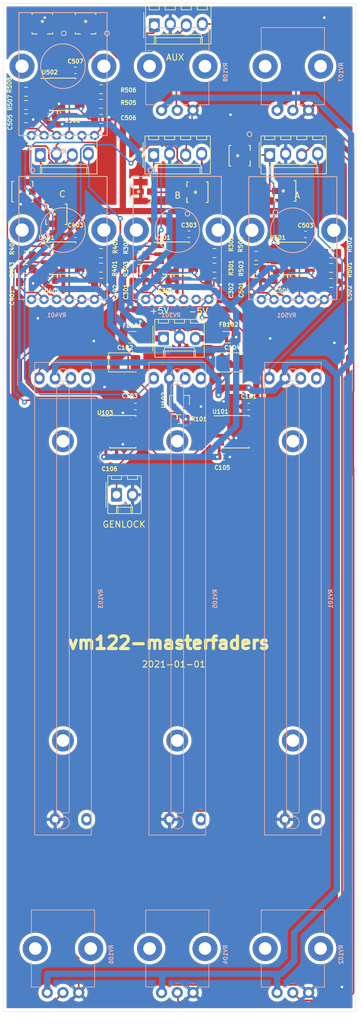
<source format=kicad_pcb>
(kicad_pcb (version 20171130) (host pcbnew "(5.1.5-0-10_14)")
  (layers (0 F.Cu signal) (31 B.Cu signal) (34 B.Paste user) (35 F.Paste user) (36 B.SilkS user) (37 F.SilkS user) (38 B.Mask user) (39 F.Mask user) (44 Edge.Cuts user))
  (net 0 "")
  (net 1 GND)
  (net 2 +5V)
  (net 3 -5V)
  (net 4 "Net-(C301-Pad1)")
  (net 5 "Net-(C302-Pad1)")
  (net 6 "Net-(C401-Pad1)")
  (net 7 "Net-(C402-Pad1)")
  (net 8 "Net-(C501-Pad1)")
  (net 9 "Net-(C502-Pad1)")
  (net 10 "Net-(C505-Pad1)")
  (net 11 "Net-(C506-Pad1)")
  (net 12 "Net-(FB101-Pad2)")
  (net 13 "Net-(FB102-Pad2)")
  (net 14 "Net-(J102-Pad1)")
  (net 15 /Phase1/OUTPUT)
  (net 16 "Net-(J103-Pad3)")
  (net 17 "Net-(J103-Pad4)")
  (net 18 /sheet5FF0F40B/OUTPUT)
  (net 19 "Net-(J104-Pad3)")
  (net 20 "Net-(J104-Pad4)")
  (net 21 /sheet5FF0F8E5/OUTPUT)
  (net 22 "Net-(J105-Pad3)")
  (net 23 "Net-(J105-Pad4)")
  (net 24 /sheet5FF0F904/OUTPUT)
  (net 25 "Net-(J106-Pad3)")
  (net 26 "Net-(J106-Pad4)")
  (net 27 VCCQ)
  (net 28 "Net-(R301-Pad1)")
  (net 29 "Net-(R302-Pad1)")
  (net 30 "Net-(R303-Pad1)")
  (net 31 "Net-(R401-Pad1)")
  (net 32 "Net-(R402-Pad1)")
  (net 33 "Net-(R403-Pad1)")
  (net 34 "Net-(R501-Pad1)")
  (net 35 "Net-(R502-Pad1)")
  (net 36 "Net-(R503-Pad1)")
  (net 37 "Net-(R505-Pad1)")
  (net 38 "Net-(R506-Pad1)")
  (net 39 "Net-(R507-Pad1)")
  (net 40 /sheet5FF0F40B/INPUT)
  (net 41 /sheet5FF0F8E5/INPUT)
  (net 42 /Phase1/INPUT)
  (net 43 /sheet5FF0F904/INPUT)
  (module synkie_footprints:TE_UMCC_2337019-1 (layer F.Cu) (at -315.78 -53.79 180)
    (fp_text reference J502 hide)
    (fp_text value UMCC hide)
    (fp_text user * (at 0 0) (layer F.SilkS))
    (pad 1 smd rect (at 0 -1.5744 180) (size 1 1.05) (layers F.Cu F.Paste F.Mask) (net 24 /sheet5FF0F904/OUTPUT))
    (pad 2 smd rect (at -1.497501 -0.049399 180) (size 1.0414 2.2098) (layers F.Cu F.Paste F.Mask) (net 1 GND))
    (pad 3 smd rect (at 1.497501 -0.049399 180) (size 1.0414 2.2098) (layers F.Cu F.Paste F.Mask) (net 1 GND))
  )
  (module synkie_footprints:TE_UMCC_2337019-1 (layer F.Cu) (at -308.91 -53.79 180)
    (fp_text reference J501 hide)
    (fp_text value UMCC hide)
    (fp_text user * (at 0 0) (layer F.SilkS))
    (pad 1 smd rect (at 0 -1.5744 180) (size 1 1.05) (layers F.Cu F.Paste F.Mask) (net 24 /sheet5FF0F904/OUTPUT))
    (pad 2 smd rect (at -1.497501 -0.049399 180) (size 1.0414 2.2098) (layers F.Cu F.Paste F.Mask) (net 1 GND))
    (pad 3 smd rect (at 1.497501 -0.049399 180) (size 1.0414 2.2098) (layers F.Cu F.Paste F.Mask) (net 1 GND))
  )
  (module synkie_footprints:TE_UMCC_2337019-1 (layer F.Cu) (at -313.550601 -23.502499 90)
    (fp_text reference J402 hide)
    (fp_text value UMCC hide)
    (fp_text user * (at 0 0 90) (layer F.SilkS))
    (pad 1 smd rect (at 0 -1.5744 90) (size 1 1.05) (layers F.Cu F.Paste F.Mask) (net 21 /sheet5FF0F8E5/OUTPUT))
    (pad 2 smd rect (at -1.497501 -0.049399 90) (size 1.0414 2.2098) (layers F.Cu F.Paste F.Mask) (net 1 GND))
    (pad 3 smd rect (at 1.497501 -0.049399 90) (size 1.0414 2.2098) (layers F.Cu F.Paste F.Mask) (net 1 GND))
  )
  (module synkie_footprints:TE_UMCC_2337019-1 (layer F.Cu) (at -318.949399 -27.097501 270)
    (fp_text reference J401 hide)
    (fp_text value UMCC hide)
    (fp_text user * (at 0 0 90) (layer F.SilkS))
    (pad 1 smd rect (at 0 -1.5744 270) (size 1 1.05) (layers F.Cu F.Paste F.Mask) (net 21 /sheet5FF0F8E5/OUTPUT))
    (pad 2 smd rect (at -1.497501 -0.049399 270) (size 1.0414 2.2098) (layers F.Cu F.Paste F.Mask) (net 1 GND))
    (pad 3 smd rect (at 1.497501 -0.049399 270) (size 1.0414 2.2098) (layers F.Cu F.Paste F.Mask) (net 1 GND))
  )
  (module synkie_footprints:TE_UMCC_2337019-1 (layer F.Cu) (at -291.150601 -27.002499 90)
    (fp_text reference J302 hide)
    (fp_text value UMCC hide)
    (fp_text user * (at 0 0 90) (layer F.SilkS))
    (pad 1 smd rect (at 0 -1.5744 90) (size 1 1.05) (layers F.Cu F.Paste F.Mask) (net 18 /sheet5FF0F40B/OUTPUT))
    (pad 2 smd rect (at -1.497501 -0.049399 90) (size 1.0414 2.2098) (layers F.Cu F.Paste F.Mask) (net 1 GND))
    (pad 3 smd rect (at 1.497501 -0.049399 90) (size 1.0414 2.2098) (layers F.Cu F.Paste F.Mask) (net 1 GND))
  )
  (module synkie_footprints:TE_UMCC_2337019-1 (layer F.Cu) (at -300.2 -27.1 270)
    (fp_text reference J301 hide)
    (fp_text value UMCC hide)
    (fp_text user * (at 0 0 90) (layer F.SilkS))
    (pad 1 smd rect (at 0 -1.5744 270) (size 1 1.05) (layers F.Cu F.Paste F.Mask) (net 18 /sheet5FF0F40B/OUTPUT))
    (pad 2 smd rect (at -1.497501 -0.049399 270) (size 1.0414 2.2098) (layers F.Cu F.Paste F.Mask) (net 1 GND))
    (pad 3 smd rect (at 1.497501 -0.049399 270) (size 1.0414 2.2098) (layers F.Cu F.Paste F.Mask) (net 1 GND))
  )
  (module synkie_footprints:TE_UMCC_2337019-1 (layer F.Cu) (at -277.2 -27.2 90)
    (fp_text reference J202 hide)
    (fp_text value UMCC hide)
    (fp_text user * (at 0 0 90) (layer F.SilkS))
    (pad 1 smd rect (at 0 -1.5744 90) (size 1 1.05) (layers F.Cu F.Paste F.Mask) (net 15 /Phase1/OUTPUT))
    (pad 2 smd rect (at -1.497501 -0.049399 90) (size 1.0414 2.2098) (layers F.Cu F.Paste F.Mask) (net 1 GND))
    (pad 3 smd rect (at 1.497501 -0.049399 90) (size 1.0414 2.2098) (layers F.Cu F.Paste F.Mask) (net 1 GND))
  )
  (module synkie_footprints:TE_UMCC_2337019-1 (layer F.Cu) (at -284.449399 -32.797501 270)
    (fp_text reference J201 hide)
    (fp_text value UMCC hide)
    (fp_text user * (at 0 0 90) (layer F.SilkS))
    (pad 1 smd rect (at 0 -1.5744 270) (size 1 1.05) (layers F.Cu F.Paste F.Mask) (net 15 /Phase1/OUTPUT))
    (pad 2 smd rect (at -1.497501 -0.049399 270) (size 1.0414 2.2098) (layers F.Cu F.Paste F.Mask) (net 1 GND))
    (pad 3 smd rect (at 1.497501 -0.049399 270) (size 1.0414 2.2098) (layers F.Cu F.Paste F.Mask) (net 1 GND))
  )
  (module synkie_footprints:RK12L123 (layer B.Cu) (at -312.5 -36 180)
    (fp_text reference RV502 (at 1 -2.5) (layer B.SilkS) (effects (font (size 0.65 0.65)) (justify mirror)))
    (fp_text value R_POT_Dual)
    (pad 9 thru_hole circle (at -6.5 11 180) (size 4 4) (drill 2.1) (layers *.Cu *.Mask))
    (pad 7 thru_hole circle (at 6.5 11 180) (size 4 4) (drill 2.1) (layers *.Cu *.Mask))
    (pad 6 thru_hole circle (at 3 0 180) (size 1.524 1.524) (drill 0.8) (layers *.Cu *.Mask) (net 10 "Net-(C505-Pad1)"))
    (pad 5 thru_hole circle (at 1 0 180) (size 1.524 1.524) (drill 0.8) (layers *.Cu *.Mask) (net 38 "Net-(R506-Pad1)"))
    (pad 4 thru_hole circle (at -1 0 180) (size 1.524 1.524) (drill 0.8) (layers *.Cu *.Mask) (net 38 "Net-(R506-Pad1)"))
    (pad 3 thru_hole circle (at 5 0 180) (size 1.524 1.524) (drill 0.8) (layers *.Cu *.Mask) (net 11 "Net-(C506-Pad1)"))
    (pad 2 thru_hole circle (at -5 0 180) (size 1.524 1.524) (drill 0.8) (layers *.Cu *.Mask) (net 43 /sheet5FF0F904/INPUT))
    (pad 1 thru_hole circle (at -3 0 180) (size 1.524 1.524) (drill 0.8) (layers *.Cu *.Mask) (net 43 /sheet5FF0F904/INPUT))
  )
  (module synkie_footprints:RK12L123 (layer B.Cu) (at -276 -9.965 180)
    (fp_text reference RV501 (at 1 -2.5) (layer B.SilkS) (effects (font (size 0.65 0.65)) (justify mirror)))
    (fp_text value R_POT_Dual)
    (pad 9 thru_hole circle (at -6.5 11 180) (size 4 4) (drill 2.1) (layers *.Cu *.Mask))
    (pad 7 thru_hole circle (at 6.5 11 180) (size 4 4) (drill 2.1) (layers *.Cu *.Mask))
    (pad 6 thru_hole circle (at 3 0 180) (size 1.524 1.524) (drill 0.8) (layers *.Cu *.Mask) (net 8 "Net-(C501-Pad1)"))
    (pad 5 thru_hole circle (at 1 0 180) (size 1.524 1.524) (drill 0.8) (layers *.Cu *.Mask) (net 35 "Net-(R502-Pad1)"))
    (pad 4 thru_hole circle (at -1 0 180) (size 1.524 1.524) (drill 0.8) (layers *.Cu *.Mask) (net 35 "Net-(R502-Pad1)"))
    (pad 3 thru_hole circle (at 5 0 180) (size 1.524 1.524) (drill 0.8) (layers *.Cu *.Mask) (net 9 "Net-(C502-Pad1)"))
    (pad 2 thru_hole circle (at -5 0 180) (size 1.524 1.524) (drill 0.8) (layers *.Cu *.Mask) (net 42 /Phase1/INPUT))
    (pad 1 thru_hole circle (at -3 0 180) (size 1.524 1.524) (drill 0.8) (layers *.Cu *.Mask) (net 42 /Phase1/INPUT))
  )
  (module synkie_footprints:RK12L123 (layer B.Cu) (at -312.5 -10 180)
    (fp_text reference RV401 (at 1 -2.5) (layer B.SilkS) (effects (font (size 0.65 0.65)) (justify mirror)))
    (fp_text value R_POT_Dual)
    (pad 9 thru_hole circle (at -6.5 11 180) (size 4 4) (drill 2.1) (layers *.Cu *.Mask))
    (pad 7 thru_hole circle (at 6.5 11 180) (size 4 4) (drill 2.1) (layers *.Cu *.Mask))
    (pad 6 thru_hole circle (at 3 0 180) (size 1.524 1.524) (drill 0.8) (layers *.Cu *.Mask) (net 6 "Net-(C401-Pad1)"))
    (pad 5 thru_hole circle (at 1 0 180) (size 1.524 1.524) (drill 0.8) (layers *.Cu *.Mask) (net 32 "Net-(R402-Pad1)"))
    (pad 4 thru_hole circle (at -1 0 180) (size 1.524 1.524) (drill 0.8) (layers *.Cu *.Mask) (net 32 "Net-(R402-Pad1)"))
    (pad 3 thru_hole circle (at 5 0 180) (size 1.524 1.524) (drill 0.8) (layers *.Cu *.Mask) (net 7 "Net-(C402-Pad1)"))
    (pad 2 thru_hole circle (at -5 0 180) (size 1.524 1.524) (drill 0.8) (layers *.Cu *.Mask) (net 41 /sheet5FF0F8E5/INPUT))
    (pad 1 thru_hole circle (at -3 0 180) (size 1.524 1.524) (drill 0.8) (layers *.Cu *.Mask) (net 41 /sheet5FF0F8E5/INPUT))
  )
  (module synkie_footprints:RK12L123 (layer B.Cu) (at -294.35 -10 180)
    (fp_text reference RV301 (at 1 -2.5) (layer B.SilkS) (effects (font (size 0.65 0.65)) (justify mirror)))
    (fp_text value R_POT_Dual)
    (pad 9 thru_hole circle (at -6.5 11 180) (size 4 4) (drill 2.1) (layers *.Cu *.Mask))
    (pad 7 thru_hole circle (at 6.5 11 180) (size 4 4) (drill 2.1) (layers *.Cu *.Mask))
    (pad 6 thru_hole circle (at 3 0 180) (size 1.524 1.524) (drill 0.8) (layers *.Cu *.Mask) (net 4 "Net-(C301-Pad1)"))
    (pad 5 thru_hole circle (at 1 0 180) (size 1.524 1.524) (drill 0.8) (layers *.Cu *.Mask) (net 29 "Net-(R302-Pad1)"))
    (pad 4 thru_hole circle (at -1 0 180) (size 1.524 1.524) (drill 0.8) (layers *.Cu *.Mask) (net 29 "Net-(R302-Pad1)"))
    (pad 3 thru_hole circle (at 5 0 180) (size 1.524 1.524) (drill 0.8) (layers *.Cu *.Mask) (net 5 "Net-(C302-Pad1)"))
    (pad 2 thru_hole circle (at -5 0 180) (size 1.524 1.524) (drill 0.8) (layers *.Cu *.Mask) (net 40 /sheet5FF0F40B/INPUT))
    (pad 1 thru_hole circle (at -3 0 180) (size 1.524 1.524) (drill 0.8) (layers *.Cu *.Mask) (net 40 /sheet5FF0F40B/INPUT))
  )
  (module synkie_footprints:SOIC-8_3.9x4.9mm_P1.27mm (layer F.Cu) (at -312.545 -42.535)
    (fp_text reference U502 (at -2.055 -3.5) (layer F.SilkS) (effects (font (size 0.65 0.65))))
    (fp_text value LMH6643)
    (pad 8 smd rect (at 2.7 -1.905) (size 1.55 0.6) (layers F.Cu F.Paste F.Mask) (net 2 +5V))
    (pad 7 smd rect (at 2.7 -0.635) (size 1.55 0.6) (layers F.Cu F.Paste F.Mask) (net 38 "Net-(R506-Pad1)"))
    (pad 6 smd rect (at 2.7 0.635) (size 1.55 0.6) (layers F.Cu F.Paste F.Mask) (net 37 "Net-(R505-Pad1)"))
    (pad 5 smd rect (at 2.7 1.905) (size 1.55 0.6) (layers F.Cu F.Paste F.Mask) (net 11 "Net-(C506-Pad1)"))
    (pad 4 smd rect (at -2.7 1.905) (size 1.55 0.6) (layers F.Cu F.Paste F.Mask) (net 3 -5V))
    (pad 3 smd rect (at -2.7 0.635) (size 1.55 0.6) (layers F.Cu F.Paste F.Mask) (net 10 "Net-(C505-Pad1)"))
    (pad 2 smd rect (at -2.7 -0.635) (size 1.55 0.6) (layers F.Cu F.Paste F.Mask) (net 39 "Net-(R507-Pad1)"))
    (pad 1 smd rect (at -2.7 -1.905) (size 1.55 0.6) (layers F.Cu F.Paste F.Mask) (net 24 /sheet5FF0F904/OUTPUT))
  )
  (module synkie_footprints:SOIC-8_3.9x4.9mm_P1.27mm (layer F.Cu) (at -276 -16.5)
    (fp_text reference U501 (at -2.4 -3.3) (layer F.SilkS) (effects (font (size 0.65 0.65))))
    (fp_text value LMH6643)
    (pad 8 smd rect (at 2.7 -1.905) (size 1.55 0.6) (layers F.Cu F.Paste F.Mask) (net 2 +5V))
    (pad 7 smd rect (at 2.7 -0.635) (size 1.55 0.6) (layers F.Cu F.Paste F.Mask) (net 35 "Net-(R502-Pad1)"))
    (pad 6 smd rect (at 2.7 0.635) (size 1.55 0.6) (layers F.Cu F.Paste F.Mask) (net 34 "Net-(R501-Pad1)"))
    (pad 5 smd rect (at 2.7 1.905) (size 1.55 0.6) (layers F.Cu F.Paste F.Mask) (net 9 "Net-(C502-Pad1)"))
    (pad 4 smd rect (at -2.7 1.905) (size 1.55 0.6) (layers F.Cu F.Paste F.Mask) (net 3 -5V))
    (pad 3 smd rect (at -2.7 0.635) (size 1.55 0.6) (layers F.Cu F.Paste F.Mask) (net 8 "Net-(C501-Pad1)"))
    (pad 2 smd rect (at -2.7 -0.635) (size 1.55 0.6) (layers F.Cu F.Paste F.Mask) (net 36 "Net-(R503-Pad1)"))
    (pad 1 smd rect (at -2.7 -1.905) (size 1.55 0.6) (layers F.Cu F.Paste F.Mask) (net 15 /Phase1/OUTPUT))
  )
  (module synkie_footprints:SOIC-8_3.9x4.9mm_P1.27mm (layer F.Cu) (at -312.545 -16.535)
    (fp_text reference U401 (at -2.555 -3.265) (layer F.SilkS) (effects (font (size 0.65 0.65))))
    (fp_text value LMH6643)
    (pad 8 smd rect (at 2.7 -1.905) (size 1.55 0.6) (layers F.Cu F.Paste F.Mask) (net 2 +5V))
    (pad 7 smd rect (at 2.7 -0.635) (size 1.55 0.6) (layers F.Cu F.Paste F.Mask) (net 32 "Net-(R402-Pad1)"))
    (pad 6 smd rect (at 2.7 0.635) (size 1.55 0.6) (layers F.Cu F.Paste F.Mask) (net 31 "Net-(R401-Pad1)"))
    (pad 5 smd rect (at 2.7 1.905) (size 1.55 0.6) (layers F.Cu F.Paste F.Mask) (net 7 "Net-(C402-Pad1)"))
    (pad 4 smd rect (at -2.7 1.905) (size 1.55 0.6) (layers F.Cu F.Paste F.Mask) (net 3 -5V))
    (pad 3 smd rect (at -2.7 0.635) (size 1.55 0.6) (layers F.Cu F.Paste F.Mask) (net 6 "Net-(C401-Pad1)"))
    (pad 2 smd rect (at -2.7 -0.635) (size 1.55 0.6) (layers F.Cu F.Paste F.Mask) (net 33 "Net-(R403-Pad1)"))
    (pad 1 smd rect (at -2.7 -1.905) (size 1.55 0.6) (layers F.Cu F.Paste F.Mask) (net 21 /sheet5FF0F8E5/OUTPUT))
  )
  (module synkie_footprints:SOIC-8_3.9x4.9mm_P1.27mm (layer F.Cu) (at -294.5225 -16.535)
    (fp_text reference U301 (at -2.1775 -3.265) (layer F.SilkS) (effects (font (size 0.65 0.65))))
    (fp_text value LMH6643)
    (pad 8 smd rect (at 2.7 -1.905) (size 1.55 0.6) (layers F.Cu F.Paste F.Mask) (net 2 +5V))
    (pad 7 smd rect (at 2.7 -0.635) (size 1.55 0.6) (layers F.Cu F.Paste F.Mask) (net 29 "Net-(R302-Pad1)"))
    (pad 6 smd rect (at 2.7 0.635) (size 1.55 0.6) (layers F.Cu F.Paste F.Mask) (net 28 "Net-(R301-Pad1)"))
    (pad 5 smd rect (at 2.7 1.905) (size 1.55 0.6) (layers F.Cu F.Paste F.Mask) (net 5 "Net-(C302-Pad1)"))
    (pad 4 smd rect (at -2.7 1.905) (size 1.55 0.6) (layers F.Cu F.Paste F.Mask) (net 3 -5V))
    (pad 3 smd rect (at -2.7 0.635) (size 1.55 0.6) (layers F.Cu F.Paste F.Mask) (net 4 "Net-(C301-Pad1)"))
    (pad 2 smd rect (at -2.7 -0.635) (size 1.55 0.6) (layers F.Cu F.Paste F.Mask) (net 30 "Net-(R303-Pad1)"))
    (pad 1 smd rect (at -2.7 -1.905) (size 1.55 0.6) (layers F.Cu F.Paste F.Mask) (net 18 /sheet5FF0F40B/OUTPUT))
  )
  (module synkie_footprints:SOIC-8_3.9x4.9mm_P1.27mm (layer F.Cu) (at -303 11)
    (fp_text reference U103 (at -2.8 -3) (layer F.SilkS) (effects (font (size 0.65 0.65))))
    (fp_text value LMH6643)
    (pad 8 smd rect (at 2.7 -1.905) (size 1.55 0.6) (layers F.Cu F.Paste F.Mask) (net 2 +5V))
    (pad 7 smd rect (at 2.7 -0.635) (size 1.55 0.6) (layers F.Cu F.Paste F.Mask) (net 41 /sheet5FF0F8E5/INPUT))
    (pad 6 smd rect (at 2.7 0.635) (size 1.55 0.6) (layers F.Cu F.Paste F.Mask) (net 41 /sheet5FF0F8E5/INPUT))
    (pad 5 smd rect (at 2.7 1.905) (size 1.55 0.6) (layers F.Cu F.Paste F.Mask) (net 14 "Net-(J102-Pad1)"))
    (pad 4 smd rect (at -2.7 1.905) (size 1.55 0.6) (layers F.Cu F.Paste F.Mask) (net 3 -5V))
    (pad 3 smd rect (at -2.7 0.635) (size 1.55 0.6) (layers F.Cu F.Paste F.Mask) (net 14 "Net-(J102-Pad1)"))
    (pad 2 smd rect (at -2.7 -0.635) (size 1.55 0.6) (layers F.Cu F.Paste F.Mask) (net 43 /sheet5FF0F904/INPUT))
    (pad 1 smd rect (at -2.7 -1.905) (size 1.55 0.6) (layers F.Cu F.Paste F.Mask) (net 43 /sheet5FF0F904/INPUT))
  )
  (module synkie_footprints:SOT-23 (layer F.Cu) (at -294 6 90)
    (fp_text reference U102 (at 0 -2.5 90) (layer F.SilkS) (effects (font (size 0.65 0.65))))
    (fp_text value ADR510)
    (pad 3 smd rect (at 1 0 90) (size 0.9 0.8) (layers F.Cu F.Paste F.Mask))
    (pad 2 smd rect (at -1 0.95 90) (size 0.9 0.8) (layers F.Cu F.Paste F.Mask) (net 1 GND))
    (pad 1 smd rect (at -1 -0.95 90) (size 0.9 0.8) (layers F.Cu F.Paste F.Mask) (net 27 VCCQ))
  )
  (module synkie_footprints:SOIC-8_3.9x4.9mm_P1.27mm (layer F.Cu) (at -285 11)
    (fp_text reference U101 (at -2.5 -3.2) (layer F.SilkS) (effects (font (size 0.65 0.65))))
    (fp_text value LMH6643)
    (pad 8 smd rect (at 2.7 -1.905) (size 1.55 0.6) (layers F.Cu F.Paste F.Mask) (net 2 +5V))
    (pad 7 smd rect (at 2.7 -0.635) (size 1.55 0.6) (layers F.Cu F.Paste F.Mask) (net 42 /Phase1/INPUT))
    (pad 6 smd rect (at 2.7 0.635) (size 1.55 0.6) (layers F.Cu F.Paste F.Mask) (net 42 /Phase1/INPUT))
    (pad 5 smd rect (at 2.7 1.905) (size 1.55 0.6) (layers F.Cu F.Paste F.Mask) (net 14 "Net-(J102-Pad1)"))
    (pad 4 smd rect (at -2.7 1.905) (size 1.55 0.6) (layers F.Cu F.Paste F.Mask) (net 3 -5V))
    (pad 3 smd rect (at -2.7 0.635) (size 1.55 0.6) (layers F.Cu F.Paste F.Mask) (net 14 "Net-(J102-Pad1)"))
    (pad 2 smd rect (at -2.7 -0.635) (size 1.55 0.6) (layers F.Cu F.Paste F.Mask) (net 40 /sheet5FF0F40B/INPUT))
    (pad 1 smd rect (at -2.7 -1.905) (size 1.55 0.6) (layers F.Cu F.Paste F.Mask) (net 40 /sheet5FF0F40B/INPUT))
  )
  (module synkie_footprints:Potentiometer_Alps_RK09K_Single_Vertical (layer B.Cu) (at -296.85 -40 90)
    (fp_text reference RV108 (at 6.05 10.15 270) (layer B.SilkS) (effects (font (size 0.65 0.65)) (justify mirror)))
    (fp_text value BIAS)
    (pad "" np_thru_hole circle (at 7 -1.9 90) (size 4 4) (drill 2) (layers *.Cu *.Mask))
    (pad "" np_thru_hole circle (at 7 6.9 90) (size 4 4) (drill 2) (layers *.Cu *.Mask))
    (pad 1 thru_hole circle (at 0 0 90) (size 1.8 1.8) (drill 1) (layers *.Cu *.Mask) (net 27 VCCQ))
    (pad 2 thru_hole circle (at 0 2.5 90) (size 1.8 1.8) (drill 1) (layers *.Cu *.Mask) (net 25 "Net-(J106-Pad3)"))
    (pad 3 thru_hole circle (at 0 5 90) (size 1.8 1.8) (drill 1) (layers *.Cu *.Mask) (net 1 GND))
  )
  (module synkie_footprints:Potentiometer_Alps_RK09K_Single_Vertical (layer B.Cu) (at -278.5 -40 90)
    (fp_text reference RV107 (at 6.05 10.15 270) (layer B.SilkS) (effects (font (size 0.65 0.65)) (justify mirror)))
    (fp_text value SCALE)
    (pad "" np_thru_hole circle (at 7 -1.9 90) (size 4 4) (drill 2) (layers *.Cu *.Mask))
    (pad "" np_thru_hole circle (at 7 6.9 90) (size 4 4) (drill 2) (layers *.Cu *.Mask))
    (pad 1 thru_hole circle (at 0 0 90) (size 1.8 1.8) (drill 1) (layers *.Cu *.Mask) (net 27 VCCQ))
    (pad 2 thru_hole circle (at 0 2.5 90) (size 1.8 1.8) (drill 1) (layers *.Cu *.Mask) (net 26 "Net-(J106-Pad4)"))
    (pad 3 thru_hole circle (at 0 5 90) (size 1.8 1.8) (drill 1) (layers *.Cu *.Mask) (net 1 GND))
  )
  (module synkie_footprints:Potentiometer_Alps_RK09K_Single_Vertical (layer B.Cu) (at -315 100 90)
    (fp_text reference RV106 (at 6.05 10.15 270) (layer B.SilkS) (effects (font (size 0.65 0.65)) (justify mirror)))
    (fp_text value BIAS)
    (pad "" np_thru_hole circle (at 7 -1.9 90) (size 4 4) (drill 2) (layers *.Cu *.Mask))
    (pad "" np_thru_hole circle (at 7 6.9 90) (size 4 4) (drill 2) (layers *.Cu *.Mask))
    (pad 1 thru_hole circle (at 0 0 90) (size 1.8 1.8) (drill 1) (layers *.Cu *.Mask) (net 27 VCCQ))
    (pad 2 thru_hole circle (at 0 2.5 90) (size 1.8 1.8) (drill 1) (layers *.Cu *.Mask) (net 22 "Net-(J105-Pad3)"))
    (pad 3 thru_hole circle (at 0 5 90) (size 1.8 1.8) (drill 1) (layers *.Cu *.Mask) (net 1 GND))
  )
  (module synkie_footprints:Potentiometer_Alps_RS6011xP_Slide (layer B.Cu) (at -294.35 37.5 270)
    (fp_text reference RV105 (at 0 -6 270) (layer B.SilkS) (effects (font (size 0.65 0.65)) (justify mirror)))
    (fp_text value SCALE)
    (pad GND thru_hole circle (at 22.5 0 270) (size 3.5 3.5) (drill 2) (layers *.Cu *.Mask))
    (pad GND thru_hole circle (at -25 0 270) (size 3.5 3.5) (drill 2) (layers *.Cu *.Mask))
    (pad 3B thru_hole oval (at 35 -3.75 270) (size 2 1.7) (drill 1) (layers *.Cu *.Mask))
    (pad 3 thru_hole oval (at 35 1.25 270) (size 2 1.7) (drill 1) (layers *.Cu *.Mask) (net 1 GND))
    (pad 1B thru_hole oval (at -35 -3.75 270) (size 2 1.7) (drill 1) (layers *.Cu *.Mask))
    (pad 2B thru_hole oval (at -35 -1.25 270) (size 2 1.7) (drill 1) (layers *.Cu *.Mask))
    (pad 1 thru_hole oval (at -35 1.25 270) (size 2 1.7) (drill 1) (layers *.Cu *.Mask) (net 27 VCCQ))
    (pad 2 thru_hole oval (at -35 3.75 270) (size 2 1.7) (drill 1) (layers *.Cu *.Mask) (net 20 "Net-(J104-Pad4)"))
  )
  (module synkie_footprints:Potentiometer_Alps_RK09K_Single_Vertical (layer B.Cu) (at -296.85 100 90)
    (fp_text reference RV104 (at 6.05 10.15 270) (layer B.SilkS) (effects (font (size 0.65 0.65)) (justify mirror)))
    (fp_text value BIAS)
    (pad "" np_thru_hole circle (at 7 -1.9 90) (size 4 4) (drill 2) (layers *.Cu *.Mask))
    (pad "" np_thru_hole circle (at 7 6.9 90) (size 4 4) (drill 2) (layers *.Cu *.Mask))
    (pad 1 thru_hole circle (at 0 0 90) (size 1.8 1.8) (drill 1) (layers *.Cu *.Mask) (net 27 VCCQ))
    (pad 2 thru_hole circle (at 0 2.5 90) (size 1.8 1.8) (drill 1) (layers *.Cu *.Mask) (net 19 "Net-(J104-Pad3)"))
    (pad 3 thru_hole circle (at 0 5 90) (size 1.8 1.8) (drill 1) (layers *.Cu *.Mask) (net 1 GND))
  )
  (module synkie_footprints:Potentiometer_Alps_RS6011xP_Slide (layer B.Cu) (at -312.5 37.5 270)
    (fp_text reference RV103 (at 0 -6 270) (layer B.SilkS) (effects (font (size 0.65 0.65)) (justify mirror)))
    (fp_text value SCALE)
    (pad GND thru_hole circle (at 22.5 0 270) (size 3.5 3.5) (drill 2) (layers *.Cu *.Mask))
    (pad GND thru_hole circle (at -25 0 270) (size 3.5 3.5) (drill 2) (layers *.Cu *.Mask))
    (pad 3B thru_hole oval (at 35 -3.75 270) (size 2 1.7) (drill 1) (layers *.Cu *.Mask))
    (pad 3 thru_hole oval (at 35 1.25 270) (size 2 1.7) (drill 1) (layers *.Cu *.Mask) (net 1 GND))
    (pad 1B thru_hole oval (at -35 -3.75 270) (size 2 1.7) (drill 1) (layers *.Cu *.Mask))
    (pad 2B thru_hole oval (at -35 -1.25 270) (size 2 1.7) (drill 1) (layers *.Cu *.Mask))
    (pad 1 thru_hole oval (at -35 1.25 270) (size 2 1.7) (drill 1) (layers *.Cu *.Mask) (net 27 VCCQ))
    (pad 2 thru_hole oval (at -35 3.75 270) (size 2 1.7) (drill 1) (layers *.Cu *.Mask) (net 23 "Net-(J105-Pad4)"))
  )
  (module synkie_footprints:Potentiometer_Alps_RK09K_Single_Vertical (layer B.Cu) (at -278.5 100 90)
    (fp_text reference RV102 (at 6.05 10.15 90) (layer B.SilkS) (effects (font (size 0.65 0.65)) (justify mirror)))
    (fp_text value BIAS)
    (pad "" np_thru_hole circle (at 7 -1.9 90) (size 4 4) (drill 2) (layers *.Cu *.Mask))
    (pad "" np_thru_hole circle (at 7 6.9 90) (size 4 4) (drill 2) (layers *.Cu *.Mask))
    (pad 1 thru_hole circle (at 0 0 90) (size 1.8 1.8) (drill 1) (layers *.Cu *.Mask) (net 27 VCCQ))
    (pad 2 thru_hole circle (at 0 2.5 90) (size 1.8 1.8) (drill 1) (layers *.Cu *.Mask) (net 16 "Net-(J103-Pad3)"))
    (pad 3 thru_hole circle (at 0 5 90) (size 1.8 1.8) (drill 1) (layers *.Cu *.Mask) (net 1 GND))
  )
  (module synkie_footprints:Potentiometer_Alps_RS6011xP_Slide (layer B.Cu) (at -276 37.5 270)
    (fp_text reference RV101 (at 0 -6 270) (layer B.SilkS) (effects (font (size 0.65 0.65)) (justify mirror)))
    (fp_text value SCALE)
    (pad GND thru_hole circle (at 22.5 0 270) (size 3.5 3.5) (drill 2) (layers *.Cu *.Mask))
    (pad GND thru_hole circle (at -25 0 270) (size 3.5 3.5) (drill 2) (layers *.Cu *.Mask))
    (pad 3B thru_hole oval (at 35 -3.75 270) (size 2 1.7) (drill 1) (layers *.Cu *.Mask))
    (pad 3 thru_hole oval (at 35 1.25 270) (size 2 1.7) (drill 1) (layers *.Cu *.Mask) (net 1 GND))
    (pad 1B thru_hole oval (at -35 -3.75 270) (size 2 1.7) (drill 1) (layers *.Cu *.Mask))
    (pad 2B thru_hole oval (at -35 -1.25 270) (size 2 1.7) (drill 1) (layers *.Cu *.Mask))
    (pad 1 thru_hole oval (at -35 1.25 270) (size 2 1.7) (drill 1) (layers *.Cu *.Mask) (net 27 VCCQ))
    (pad 2 thru_hole oval (at -35 3.75 270) (size 2 1.7) (drill 1) (layers *.Cu *.Mask) (net 17 "Net-(J103-Pad4)"))
  )
  (module synkie_footprints:R_0805_2012Metric_Pad1.15x1.40mm_HandSolder (layer F.Cu) (at -318.37 -42.935)
    (fp_text reference R508 (at -2.63 -1.065 90) (layer F.SilkS) (effects (font (size 0.65 0.65))))
    (fp_text value 220)
    (pad 2 smd roundrect (at 1.025 0) (size 1.15 1.4) (layers F.Cu F.Paste F.Mask) (roundrect_rratio 0.217391) (net 39 "Net-(R507-Pad1)"))
    (pad 1 smd roundrect (at -1.025 0) (size 1.15 1.4) (layers F.Cu F.Paste F.Mask) (roundrect_rratio 0.217391) (net 24 /sheet5FF0F904/OUTPUT))
  )
  (module synkie_footprints:R_0805_2012Metric_Pad1.15x1.40mm_HandSolder (layer F.Cu) (at -318.37 -40.835)
    (fp_text reference R507 (at -2.53 -0.365 90) (layer F.SilkS) (effects (font (size 0.65 0.65))))
    (fp_text value 220)
    (pad 2 smd roundrect (at 1.025 0) (size 1.15 1.4) (layers F.Cu F.Paste F.Mask) (roundrect_rratio 0.217391) (net 38 "Net-(R506-Pad1)"))
    (pad 1 smd roundrect (at -1.025 0) (size 1.15 1.4) (layers F.Cu F.Paste F.Mask) (roundrect_rratio 0.217391) (net 39 "Net-(R507-Pad1)"))
  )
  (module synkie_footprints:R_0805_2012Metric_Pad1.15x1.40mm_HandSolder (layer F.Cu) (at -306.47 -43.335)
    (fp_text reference R506 (at 4.37 0.135) (layer F.SilkS) (effects (font (size 0.65 0.65))))
    (fp_text value 220)
    (pad 2 smd roundrect (at 1.025 0) (size 1.15 1.4) (layers F.Cu F.Paste F.Mask) (roundrect_rratio 0.217391) (net 37 "Net-(R505-Pad1)"))
    (pad 1 smd roundrect (at -1.025 0) (size 1.15 1.4) (layers F.Cu F.Paste F.Mask) (roundrect_rratio 0.217391) (net 38 "Net-(R506-Pad1)"))
  )
  (module synkie_footprints:R_0805_2012Metric_Pad1.15x1.40mm_HandSolder (layer F.Cu) (at -306.47 -41.035)
    (fp_text reference R505 (at 4.37 -0.165) (layer F.SilkS) (effects (font (size 0.65 0.65))))
    (fp_text value 220)
    (pad 2 smd roundrect (at 1.025 0) (size 1.15 1.4) (layers F.Cu F.Paste F.Mask) (roundrect_rratio 0.217391) (net 43 /sheet5FF0F904/INPUT))
    (pad 1 smd roundrect (at -1.025 0) (size 1.15 1.4) (layers F.Cu F.Paste F.Mask) (roundrect_rratio 0.217391) (net 37 "Net-(R505-Pad1)"))
  )
  (module synkie_footprints:R_0805_2012Metric_Pad1.15x1.40mm_HandSolder (layer F.Cu) (at -281.825 -16.9)
    (fp_text reference R504 (at -2.475 -1.8 90) (layer F.SilkS) (effects (font (size 0.65 0.65))))
    (fp_text value 220)
    (pad 2 smd roundrect (at 1.025 0) (size 1.15 1.4) (layers F.Cu F.Paste F.Mask) (roundrect_rratio 0.217391) (net 36 "Net-(R503-Pad1)"))
    (pad 1 smd roundrect (at -1.025 0) (size 1.15 1.4) (layers F.Cu F.Paste F.Mask) (roundrect_rratio 0.217391) (net 15 /Phase1/OUTPUT))
  )
  (module synkie_footprints:R_0805_2012Metric_Pad1.15x1.40mm_HandSolder (layer F.Cu) (at -281.825 -14.8)
    (fp_text reference R503 (at -2.375 -0.1 90) (layer F.SilkS) (effects (font (size 0.65 0.65))))
    (fp_text value 220)
    (pad 2 smd roundrect (at 1.025 0) (size 1.15 1.4) (layers F.Cu F.Paste F.Mask) (roundrect_rratio 0.217391) (net 35 "Net-(R502-Pad1)"))
    (pad 1 smd roundrect (at -1.025 0) (size 1.15 1.4) (layers F.Cu F.Paste F.Mask) (roundrect_rratio 0.217391) (net 36 "Net-(R503-Pad1)"))
  )
  (module synkie_footprints:R_0805_2012Metric_Pad1.15x1.40mm_HandSolder (layer F.Cu) (at -269.925 -17.3)
    (fp_text reference R502 (at 2.925 -1.4 90) (layer F.SilkS) (effects (font (size 0.65 0.65))))
    (fp_text value 220)
    (pad 2 smd roundrect (at 1.025 0) (size 1.15 1.4) (layers F.Cu F.Paste F.Mask) (roundrect_rratio 0.217391) (net 34 "Net-(R501-Pad1)"))
    (pad 1 smd roundrect (at -1.025 0) (size 1.15 1.4) (layers F.Cu F.Paste F.Mask) (roundrect_rratio 0.217391) (net 35 "Net-(R502-Pad1)"))
  )
  (module synkie_footprints:R_0805_2012Metric_Pad1.15x1.40mm_HandSolder (layer F.Cu) (at -269.925 -15)
    (fp_text reference R501 (at 2.925 0.3 90) (layer F.SilkS) (effects (font (size 0.65 0.65))))
    (fp_text value 220)
    (pad 2 smd roundrect (at 1.025 0) (size 1.15 1.4) (layers F.Cu F.Paste F.Mask) (roundrect_rratio 0.217391) (net 42 /Phase1/INPUT))
    (pad 1 smd roundrect (at -1.025 0) (size 1.15 1.4) (layers F.Cu F.Paste F.Mask) (roundrect_rratio 0.217391) (net 34 "Net-(R501-Pad1)"))
  )
  (module synkie_footprints:R_0805_2012Metric_Pad1.15x1.40mm_HandSolder (layer F.Cu) (at -318.37 -16.935)
    (fp_text reference R404 (at -2.23 -1.365 90) (layer F.SilkS) (effects (font (size 0.65 0.65))))
    (fp_text value 220)
    (pad 2 smd roundrect (at 1.025 0) (size 1.15 1.4) (layers F.Cu F.Paste F.Mask) (roundrect_rratio 0.217391) (net 33 "Net-(R403-Pad1)"))
    (pad 1 smd roundrect (at -1.025 0) (size 1.15 1.4) (layers F.Cu F.Paste F.Mask) (roundrect_rratio 0.217391) (net 21 /sheet5FF0F8E5/OUTPUT))
  )
  (module synkie_footprints:R_0805_2012Metric_Pad1.15x1.40mm_HandSolder (layer F.Cu) (at -318.37 -14.835)
    (fp_text reference R403 (at -2.23 0.135 90) (layer F.SilkS) (effects (font (size 0.65 0.65))))
    (fp_text value 220)
    (pad 2 smd roundrect (at 1.025 0) (size 1.15 1.4) (layers F.Cu F.Paste F.Mask) (roundrect_rratio 0.217391) (net 32 "Net-(R402-Pad1)"))
    (pad 1 smd roundrect (at -1.025 0) (size 1.15 1.4) (layers F.Cu F.Paste F.Mask) (roundrect_rratio 0.217391) (net 33 "Net-(R403-Pad1)"))
  )
  (module synkie_footprints:R_0805_2012Metric_Pad1.15x1.40mm_HandSolder (layer F.Cu) (at -306.47 -17.335)
    (fp_text reference R402 (at 2.27 -1.165 90) (layer F.SilkS) (effects (font (size 0.65 0.65))))
    (fp_text value 220)
    (pad 2 smd roundrect (at 1.025 0) (size 1.15 1.4) (layers F.Cu F.Paste F.Mask) (roundrect_rratio 0.217391) (net 31 "Net-(R401-Pad1)"))
    (pad 1 smd roundrect (at -1.025 0) (size 1.15 1.4) (layers F.Cu F.Paste F.Mask) (roundrect_rratio 0.217391) (net 32 "Net-(R402-Pad1)"))
  )
  (module synkie_footprints:R_0805_2012Metric_Pad1.15x1.40mm_HandSolder (layer F.Cu) (at -306.47 -15.035)
    (fp_text reference R401 (at 2.17 0.135 90) (layer F.SilkS) (effects (font (size 0.65 0.65))))
    (fp_text value 220)
    (pad 2 smd roundrect (at 1.025 0) (size 1.15 1.4) (layers F.Cu F.Paste F.Mask) (roundrect_rratio 0.217391) (net 41 /sheet5FF0F8E5/INPUT))
    (pad 1 smd roundrect (at -1.025 0) (size 1.15 1.4) (layers F.Cu F.Paste F.Mask) (roundrect_rratio 0.217391) (net 31 "Net-(R401-Pad1)"))
  )
  (module synkie_footprints:R_0805_2012Metric_Pad1.15x1.40mm_HandSolder (layer F.Cu) (at -300.3475 -16.935)
    (fp_text reference R304 (at -2.1525 -1.465 90) (layer F.SilkS) (effects (font (size 0.65 0.65))))
    (fp_text value 220)
    (pad 2 smd roundrect (at 1.025 0) (size 1.15 1.4) (layers F.Cu F.Paste F.Mask) (roundrect_rratio 0.217391) (net 30 "Net-(R303-Pad1)"))
    (pad 1 smd roundrect (at -1.025 0) (size 1.15 1.4) (layers F.Cu F.Paste F.Mask) (roundrect_rratio 0.217391) (net 18 /sheet5FF0F40B/OUTPUT))
  )
  (module synkie_footprints:R_0805_2012Metric_Pad1.15x1.40mm_HandSolder (layer F.Cu) (at -300.3475 -14.835)
    (fp_text reference R303 (at -2.1525 0.035 90) (layer F.SilkS) (effects (font (size 0.65 0.65))))
    (fp_text value 220)
    (pad 2 smd roundrect (at 1.025 0) (size 1.15 1.4) (layers F.Cu F.Paste F.Mask) (roundrect_rratio 0.217391) (net 29 "Net-(R302-Pad1)"))
    (pad 1 smd roundrect (at -1.025 0) (size 1.15 1.4) (layers F.Cu F.Paste F.Mask) (roundrect_rratio 0.217391) (net 30 "Net-(R303-Pad1)"))
  )
  (module synkie_footprints:R_0805_2012Metric_Pad1.15x1.40mm_HandSolder (layer F.Cu) (at -288.4475 -17.335)
    (fp_text reference R302 (at 2.6475 -1.465 90) (layer F.SilkS) (effects (font (size 0.65 0.65))))
    (fp_text value 220)
    (pad 2 smd roundrect (at 1.025 0) (size 1.15 1.4) (layers F.Cu F.Paste F.Mask) (roundrect_rratio 0.217391) (net 28 "Net-(R301-Pad1)"))
    (pad 1 smd roundrect (at -1.025 0) (size 1.15 1.4) (layers F.Cu F.Paste F.Mask) (roundrect_rratio 0.217391) (net 29 "Net-(R302-Pad1)"))
  )
  (module synkie_footprints:R_0805_2012Metric_Pad1.15x1.40mm_HandSolder (layer F.Cu) (at -288.4475 -15.035)
    (fp_text reference R301 (at 2.6475 0.035 90) (layer F.SilkS) (effects (font (size 0.65 0.65))))
    (fp_text value 220)
    (pad 2 smd roundrect (at 1.025 0) (size 1.15 1.4) (layers F.Cu F.Paste F.Mask) (roundrect_rratio 0.217391) (net 40 /sheet5FF0F40B/INPUT))
    (pad 1 smd roundrect (at -1.025 0) (size 1.15 1.4) (layers F.Cu F.Paste F.Mask) (roundrect_rratio 0.217391) (net 28 "Net-(R301-Pad1)"))
  )
  (module synkie_footprints:R_0805_2012Metric_Pad1.15x1.40mm_HandSolder (layer F.Cu) (at -294 9)
    (fp_text reference R101 (at 3.1 0) (layer F.SilkS) (effects (font (size 0.65 0.65))))
    (fp_text value 560)
    (pad 2 smd roundrect (at 1.025 0) (size 1.15 1.4) (layers F.Cu F.Paste F.Mask) (roundrect_rratio 0.217391) (net 27 VCCQ))
    (pad 1 smd roundrect (at -1.025 0) (size 1.15 1.4) (layers F.Cu F.Paste F.Mask) (roundrect_rratio 0.217391) (net 2 +5V))
  )
  (module synkie_footprints:Molex_KK-254_AE-6410-04A_1x04_P2.54mm_Vertical (layer F.Cu) (at -298 -53.5)
    (fp_text reference J106 hide)
    (fp_text value D)
    (pad 1 thru_hole roundrect (at 0 0) (size 1.74 2.2) (drill 1.2) (layers *.Cu *.Mask) (roundrect_rratio 0.143678) (net 24 /sheet5FF0F904/OUTPUT))
    (pad 2 thru_hole oval (at 2.54 -0.2) (size 1.74 2.2) (drill 1.2) (layers *.Cu *.Mask) (net 1 GND))
    (pad 3 thru_hole oval (at 5.08 0) (size 1.74 2.2) (drill 1.2) (layers *.Cu *.Mask) (net 25 "Net-(J106-Pad3)"))
    (pad 4 thru_hole oval (at 7.62 -0.2) (size 1.74 2.2) (drill 1.2) (layers *.Cu *.Mask) (net 26 "Net-(J106-Pad4)"))
  )
  (module synkie_footprints:Molex_KK-254_AE-6410-04A_1x04_P2.54mm_Vertical (layer F.Cu) (at -316.1 -32.9)
    (fp_text reference J105 hide)
    (fp_text value C)
    (pad 1 thru_hole roundrect (at 0 0) (size 1.74 2.2) (drill 1.2) (layers *.Cu *.Mask) (roundrect_rratio 0.143678) (net 21 /sheet5FF0F8E5/OUTPUT))
    (pad 2 thru_hole oval (at 2.54 -0.2) (size 1.74 2.2) (drill 1.2) (layers *.Cu *.Mask) (net 1 GND))
    (pad 3 thru_hole oval (at 5.08 0) (size 1.74 2.2) (drill 1.2) (layers *.Cu *.Mask) (net 22 "Net-(J105-Pad3)"))
    (pad 4 thru_hole oval (at 7.62 -0.2) (size 1.74 2.2) (drill 1.2) (layers *.Cu *.Mask) (net 23 "Net-(J105-Pad4)"))
  )
  (module synkie_footprints:Molex_KK-254_AE-6410-04A_1x04_P2.54mm_Vertical (layer F.Cu) (at -298.1 -32.9)
    (fp_text reference J104 hide)
    (fp_text value B)
    (pad 1 thru_hole roundrect (at 0 0) (size 1.74 2.2) (drill 1.2) (layers *.Cu *.Mask) (roundrect_rratio 0.143678) (net 18 /sheet5FF0F40B/OUTPUT))
    (pad 2 thru_hole oval (at 2.54 -0.2) (size 1.74 2.2) (drill 1.2) (layers *.Cu *.Mask) (net 1 GND))
    (pad 3 thru_hole oval (at 5.08 0) (size 1.74 2.2) (drill 1.2) (layers *.Cu *.Mask) (net 19 "Net-(J104-Pad3)"))
    (pad 4 thru_hole oval (at 7.62 -0.2) (size 1.74 2.2) (drill 1.2) (layers *.Cu *.Mask) (net 20 "Net-(J104-Pad4)"))
  )
  (module synkie_footprints:Molex_KK-254_AE-6410-04A_1x04_P2.54mm_Vertical (layer F.Cu) (at -279.68 -32.9)
    (fp_text reference J103 hide)
    (fp_text value A)
    (pad 1 thru_hole roundrect (at 0 0) (size 1.74 2.2) (drill 1.2) (layers *.Cu *.Mask) (roundrect_rratio 0.143678) (net 15 /Phase1/OUTPUT))
    (pad 2 thru_hole oval (at 2.54 -0.2) (size 1.74 2.2) (drill 1.2) (layers *.Cu *.Mask) (net 1 GND))
    (pad 3 thru_hole oval (at 5.08 0) (size 1.74 2.2) (drill 1.2) (layers *.Cu *.Mask) (net 16 "Net-(J103-Pad3)"))
    (pad 4 thru_hole oval (at 7.62 -0.2) (size 1.74 2.2) (drill 1.2) (layers *.Cu *.Mask) (net 17 "Net-(J103-Pad4)"))
  )
  (module synkie_footprints:Molex_KK-254_AE-6410-02A_1x02_P2.54mm_Vertical (layer F.Cu) (at -304 21)
    (fp_text reference J102 hide)
    (fp_text value GENLOCK)
    (pad 2 thru_hole oval (at 2.54 0) (size 1.74 2.2) (drill 1.2) (layers *.Cu *.Mask) (net 1 GND))
    (pad 1 thru_hole roundrect (at 0 0) (size 1.74 2.2) (drill 1.2) (layers *.Cu *.Mask) (roundrect_rratio 0.143678) (net 14 "Net-(J102-Pad1)"))
  )
  (module synkie_footprints:Molex_KK-254_AE-6410-03A_1x03_P2.54mm_Vertical (layer F.Cu) (at -296.54 -3.8)
    (fp_text reference J101 hide)
    (fp_text value Conn_01x03)
    (pad 3 thru_hole oval (at 5.08 0) (size 1.74 2.2) (drill 1.2) (layers *.Cu *.Mask) (net 13 "Net-(FB102-Pad2)"))
    (pad 2 thru_hole oval (at 2.54 -0.2) (size 1.74 2.2) (drill 1.2) (layers *.Cu *.Mask) (net 1 GND))
    (pad 1 thru_hole roundrect (at 0 0) (size 1.74 2.2) (drill 1.2) (layers *.Cu *.Mask) (roundrect_rratio 0.143678) (net 12 "Net-(FB101-Pad2)"))
  )
  (module synkie_footprints:L_1206_3216Metric_Pad1.42x1.75mm_HandSolder (layer F.Cu) (at -286.5125 -4 180)
    (fp_text reference FB102 (at -0.3125 2) (layer F.SilkS) (effects (font (size 0.65 0.65))))
    (fp_text value Ferrite_Bead)
    (pad 2 smd roundrect (at 1.4875 0 180) (size 1.425 1.75) (layers F.Cu F.Paste F.Mask) (roundrect_rratio 0.175439) (net 13 "Net-(FB102-Pad2)"))
    (pad 1 smd roundrect (at -1.4875 0 180) (size 1.425 1.75) (layers F.Cu F.Paste F.Mask) (roundrect_rratio 0.175439) (net 3 -5V))
  )
  (module synkie_footprints:L_1206_3216Metric_Pad1.42x1.75mm_HandSolder (layer F.Cu) (at -301.4875 -4)
    (fp_text reference FB101 (at 0 -1.82) (layer F.SilkS) (effects (font (size 0.65 0.65))))
    (fp_text value Ferrite_Bead)
    (pad 2 smd roundrect (at 1.4875 0) (size 1.425 1.75) (layers F.Cu F.Paste F.Mask) (roundrect_rratio 0.175439) (net 12 "Net-(FB101-Pad2)"))
    (pad 1 smd roundrect (at -1.4875 0) (size 1.425 1.75) (layers F.Cu F.Paste F.Mask) (roundrect_rratio 0.175439) (net 2 +5V))
  )
  (module synkie_footprints:C_0603_1608Metric_Pad1.05x0.95mm_HandSolder (layer F.Cu) (at -314.62 -38.935)
    (fp_text reference C508 (at 3.62 0.535) (layer F.SilkS) (effects (font (size 0.65 0.65))))
    (fp_text value 100n)
    (pad 2 smd roundrect (at 0.875 0) (size 1.05 0.95) (layers F.Cu F.Paste F.Mask) (net 1 GND))
    (pad 1 smd roundrect (at -0.875 0) (size 1.05 0.95) (layers F.Cu F.Paste F.Mask) (net 3 -5V))
  )
  (module synkie_footprints:C_0603_1608Metric_Pad1.05x0.95mm_HandSolder (layer F.Cu) (at -310.52 -46.335)
    (fp_text reference C507 (at 0 -1.43) (layer F.SilkS) (effects (font (size 0.65 0.65))))
    (fp_text value 100n)
    (pad 2 smd roundrect (at 0.875 0) (size 1.05 0.95) (layers F.Cu F.Paste F.Mask) (net 2 +5V))
    (pad 1 smd roundrect (at -0.875 0) (size 1.05 0.95) (layers F.Cu F.Paste F.Mask) (net 1 GND))
  )
  (module synkie_footprints:C_0805_2012Metric_Pad1.15x1.40mm_HandSolder (layer F.Cu) (at -306.445 -38.635)
    (fp_text reference C506 (at 4.345 -0.165) (layer F.SilkS) (effects (font (size 0.65 0.65))))
    (fp_text value 10p)
    (pad 2 smd roundrect (at 1.025 0) (size 1.15 1.4) (layers F.Cu F.Paste F.Mask) (roundrect_rratio 0.217391) (net 1 GND))
    (pad 1 smd roundrect (at -1.025 0) (size 1.15 1.4) (layers F.Cu F.Paste F.Mask) (roundrect_rratio 0.217391) (net 11 "Net-(C506-Pad1)"))
  )
  (module synkie_footprints:C_0805_2012Metric_Pad1.15x1.40mm_HandSolder (layer F.Cu) (at -318.37 -38.735)
    (fp_text reference C505 (at -2.53 0.635 90) (layer F.SilkS) (effects (font (size 0.65 0.65))))
    (fp_text value 10p)
    (pad 2 smd roundrect (at 1.025 0) (size 1.15 1.4) (layers F.Cu F.Paste F.Mask) (roundrect_rratio 0.217391) (net 1 GND))
    (pad 1 smd roundrect (at -1.025 0) (size 1.15 1.4) (layers F.Cu F.Paste F.Mask) (roundrect_rratio 0.217391) (net 10 "Net-(C505-Pad1)"))
  )
  (module synkie_footprints:C_0603_1608Metric_Pad1.05x0.95mm_HandSolder (layer F.Cu) (at -278.075 -12.9)
    (fp_text reference C504 (at 0.375 1.5) (layer F.SilkS) (effects (font (size 0.65 0.65))))
    (fp_text value 100n)
    (pad 2 smd roundrect (at 0.875 0) (size 1.05 0.95) (layers F.Cu F.Paste F.Mask) (net 1 GND))
    (pad 1 smd roundrect (at -0.875 0) (size 1.05 0.95) (layers F.Cu F.Paste F.Mask) (net 3 -5V))
  )
  (module synkie_footprints:C_0603_1608Metric_Pad1.05x0.95mm_HandSolder (layer F.Cu) (at -273.975 -20.3)
    (fp_text reference C503 (at 0 -1.43) (layer F.SilkS) (effects (font (size 0.65 0.65))))
    (fp_text value 100n)
    (pad 2 smd roundrect (at 0.875 0) (size 1.05 0.95) (layers F.Cu F.Paste F.Mask) (net 2 +5V))
    (pad 1 smd roundrect (at -0.875 0) (size 1.05 0.95) (layers F.Cu F.Paste F.Mask) (net 1 GND))
  )
  (module synkie_footprints:C_0805_2012Metric_Pad1.15x1.40mm_HandSolder (layer F.Cu) (at -269.9 -12.6)
    (fp_text reference C502 (at 2.9 1.6 90) (layer F.SilkS) (effects (font (size 0.65 0.65))))
    (fp_text value 10p)
    (pad 2 smd roundrect (at 1.025 0) (size 1.15 1.4) (layers F.Cu F.Paste F.Mask) (roundrect_rratio 0.217391) (net 1 GND))
    (pad 1 smd roundrect (at -1.025 0) (size 1.15 1.4) (layers F.Cu F.Paste F.Mask) (roundrect_rratio 0.217391) (net 9 "Net-(C502-Pad1)"))
  )
  (module synkie_footprints:C_0805_2012Metric_Pad1.15x1.40mm_HandSolder (layer F.Cu) (at -281.825 -12.7)
    (fp_text reference C501 (at -2.375 1.2 90) (layer F.SilkS) (effects (font (size 0.65 0.65))))
    (fp_text value 10p)
    (pad 2 smd roundrect (at 1.025 0) (size 1.15 1.4) (layers F.Cu F.Paste F.Mask) (roundrect_rratio 0.217391) (net 1 GND))
    (pad 1 smd roundrect (at -1.025 0) (size 1.15 1.4) (layers F.Cu F.Paste F.Mask) (roundrect_rratio 0.217391) (net 8 "Net-(C501-Pad1)"))
  )
  (module synkie_footprints:C_0603_1608Metric_Pad1.05x0.95mm_HandSolder (layer F.Cu) (at -314.62 -12.935)
    (fp_text reference C404 (at 0.42 1.635) (layer F.SilkS) (effects (font (size 0.65 0.65))))
    (fp_text value 100n)
    (pad 2 smd roundrect (at 0.875 0) (size 1.05 0.95) (layers F.Cu F.Paste F.Mask) (net 1 GND))
    (pad 1 smd roundrect (at -0.875 0) (size 1.05 0.95) (layers F.Cu F.Paste F.Mask) (net 3 -5V))
  )
  (module synkie_footprints:C_0603_1608Metric_Pad1.05x0.95mm_HandSolder (layer F.Cu) (at -310.52 -20.335)
    (fp_text reference C403 (at 0 -1.43) (layer F.SilkS) (effects (font (size 0.65 0.65))))
    (fp_text value 100n)
    (pad 2 smd roundrect (at 0.875 0) (size 1.05 0.95) (layers F.Cu F.Paste F.Mask) (net 2 +5V))
    (pad 1 smd roundrect (at -0.875 0) (size 1.05 0.95) (layers F.Cu F.Paste F.Mask) (net 1 GND))
  )
  (module synkie_footprints:C_0805_2012Metric_Pad1.15x1.40mm_HandSolder (layer F.Cu) (at -306.445 -12.635)
    (fp_text reference C402 (at 2.245 1.535 90) (layer F.SilkS) (effects (font (size 0.65 0.65))))
    (fp_text value 10p)
    (pad 2 smd roundrect (at 1.025 0) (size 1.15 1.4) (layers F.Cu F.Paste F.Mask) (roundrect_rratio 0.217391) (net 1 GND))
    (pad 1 smd roundrect (at -1.025 0) (size 1.15 1.4) (layers F.Cu F.Paste F.Mask) (roundrect_rratio 0.217391) (net 7 "Net-(C402-Pad1)"))
  )
  (module synkie_footprints:C_0805_2012Metric_Pad1.15x1.40mm_HandSolder (layer F.Cu) (at -318.37 -12.735)
    (fp_text reference C401 (at -2.23 2.435 90) (layer F.SilkS) (effects (font (size 0.65 0.65))))
    (fp_text value 10p)
    (pad 2 smd roundrect (at 1.025 0) (size 1.15 1.4) (layers F.Cu F.Paste F.Mask) (roundrect_rratio 0.217391) (net 1 GND))
    (pad 1 smd roundrect (at -1.025 0) (size 1.15 1.4) (layers F.Cu F.Paste F.Mask) (roundrect_rratio 0.217391) (net 6 "Net-(C401-Pad1)"))
  )
  (module synkie_footprints:C_0603_1608Metric_Pad1.05x0.95mm_HandSolder (layer F.Cu) (at -296.5975 -12.935)
    (fp_text reference C304 (at 0.3975 1.535) (layer F.SilkS) (effects (font (size 0.65 0.65))))
    (fp_text value 100n)
    (pad 2 smd roundrect (at 0.875 0) (size 1.05 0.95) (layers F.Cu F.Paste F.Mask) (net 1 GND))
    (pad 1 smd roundrect (at -0.875 0) (size 1.05 0.95) (layers F.Cu F.Paste F.Mask) (net 3 -5V))
  )
  (module synkie_footprints:C_0603_1608Metric_Pad1.05x0.95mm_HandSolder (layer F.Cu) (at -292.4975 -20.335)
    (fp_text reference C303 (at 0 -1.43) (layer F.SilkS) (effects (font (size 0.65 0.65))))
    (fp_text value 100n)
    (pad 2 smd roundrect (at 0.875 0) (size 1.05 0.95) (layers F.Cu F.Paste F.Mask) (net 2 +5V))
    (pad 1 smd roundrect (at -0.875 0) (size 1.05 0.95) (layers F.Cu F.Paste F.Mask) (net 1 GND))
  )
  (module synkie_footprints:C_0805_2012Metric_Pad1.15x1.40mm_HandSolder (layer F.Cu) (at -288.4225 -12.635)
    (fp_text reference C302 (at 2.6225 1.235 90) (layer F.SilkS) (effects (font (size 0.65 0.65))))
    (fp_text value 10p)
    (pad 2 smd roundrect (at 1.025 0) (size 1.15 1.4) (layers F.Cu F.Paste F.Mask) (roundrect_rratio 0.217391) (net 1 GND))
    (pad 1 smd roundrect (at -1.025 0) (size 1.15 1.4) (layers F.Cu F.Paste F.Mask) (roundrect_rratio 0.217391) (net 5 "Net-(C302-Pad1)"))
  )
  (module synkie_footprints:C_0805_2012Metric_Pad1.15x1.40mm_HandSolder (layer F.Cu) (at -300.3475 -12.735)
    (fp_text reference C301 (at -2.1525 1.535 90) (layer F.SilkS) (effects (font (size 0.65 0.65))))
    (fp_text value 10p)
    (pad 2 smd roundrect (at 1.025 0) (size 1.15 1.4) (layers F.Cu F.Paste F.Mask) (roundrect_rratio 0.217391) (net 1 GND))
    (pad 1 smd roundrect (at -1.025 0) (size 1.15 1.4) (layers F.Cu F.Paste F.Mask) (roundrect_rratio 0.217391) (net 4 "Net-(C301-Pad1)"))
  )
  (module synkie_footprints:C_0603_1608Metric_Pad1.05x0.95mm_HandSolder (layer F.Cu) (at -304.875 15)
    (fp_text reference C106 (at -0.225 1.9) (layer F.SilkS) (effects (font (size 0.65 0.65))))
    (fp_text value 100n)
    (pad 2 smd roundrect (at 0.875 0) (size 1.05 0.95) (layers F.Cu F.Paste F.Mask) (net 1 GND))
    (pad 1 smd roundrect (at -0.875 0) (size 1.05 0.95) (layers F.Cu F.Paste F.Mask) (net 3 -5V))
  )
  (module synkie_footprints:C_0603_1608Metric_Pad1.05x0.95mm_HandSolder (layer F.Cu) (at -287 15)
    (fp_text reference C105 (at -0.2 1.7) (layer F.SilkS) (effects (font (size 0.65 0.65))))
    (fp_text value 100n)
    (pad 2 smd roundrect (at 0.875 0) (size 1.05 0.95) (layers F.Cu F.Paste F.Mask) (net 1 GND))
    (pad 1 smd roundrect (at -0.875 0) (size 1.05 0.95) (layers F.Cu F.Paste F.Mask) (net 3 -5V))
  )
  (module synkie_footprints:CP_EIA-3528-21_Kemet-B_Pad1.50x2.35mm_HandSolder (layer F.Cu) (at -285.625 0)
    (fp_text reference C104 (at 0 -2.35) (layer F.SilkS) (effects (font (size 0.65 0.65))))
    (fp_text value CP)
    (pad 2 smd roundrect (at 1.625 0) (size 1.5 2.35) (layers F.Cu F.Paste F.Mask) (roundrect_rratio 0.166667) (net 3 -5V))
    (pad 1 smd roundrect (at -1.625 0) (size 1.5 2.35) (layers F.Cu F.Paste F.Mask) (roundrect_rratio 0.166667) (net 1 GND))
  )
  (module synkie_footprints:C_0603_1608Metric_Pad1.05x0.95mm_HandSolder (layer F.Cu) (at -301 7 180)
    (fp_text reference C103 (at 0.9 1.7) (layer F.SilkS) (effects (font (size 0.65 0.65))))
    (fp_text value 100n)
    (pad 2 smd roundrect (at 0.875 0 180) (size 1.05 0.95) (layers F.Cu F.Paste F.Mask) (net 1 GND))
    (pad 1 smd roundrect (at -0.875 0 180) (size 1.05 0.95) (layers F.Cu F.Paste F.Mask) (net 2 +5V))
  )
  (module synkie_footprints:CP_EIA-3528-21_Kemet-B_Pad1.50x2.35mm_HandSolder (layer F.Cu) (at -302.625 0)
    (fp_text reference C102 (at 0 -2.35) (layer F.SilkS) (effects (font (size 0.65 0.65))))
    (fp_text value CP)
    (pad 2 smd roundrect (at 1.625 0) (size 1.5 2.35) (layers F.Cu F.Paste F.Mask) (roundrect_rratio 0.166667) (net 1 GND))
    (pad 1 smd roundrect (at -1.625 0) (size 1.5 2.35) (layers F.Cu F.Paste F.Mask) (roundrect_rratio 0.166667) (net 2 +5V))
  )
  (module synkie_footprints:C_0603_1608Metric_Pad1.05x0.95mm_HandSolder (layer F.Cu) (at -283 7 180)
    (fp_text reference C101 (at 0 1.6) (layer F.SilkS) (effects (font (size 0.65 0.65))))
    (fp_text value 100n)
    (pad 2 smd roundrect (at 0.875 0 180) (size 1.05 0.95) (layers F.Cu F.Paste F.Mask) (net 1 GND))
    (pad 1 smd roundrect (at -0.875 0 180) (size 1.05 0.95) (layers F.Cu F.Paste F.Mask) (net 2 +5V))
  )
  (gr_text 2021-01-01 (at -294.9 47.9) (layer F.SilkS) (effects (font (size 1 1))))
  (gr_text vm122-masterfaders (at -295.7 44.5) (layer F.SilkS) (effects (font (size 2 2) (thickness 0.5))))
  (gr_text GENLOCK (at -302.8 25.7) (layer F.SilkS) (effects (font (size 1 1))))
  (gr_text -5V (at -291 -8.1) (layer F.SilkS) (effects (font (size 1 1))))
  (gr_text +5V (at -297.2 -8.2) (layer F.SilkS) (effects (font (size 1 1))))
  (gr_text AUX (at -294.7 -48.4) (layer F.SilkS) (effects (font (size 1 1))))
  (gr_text C (at -312.6 -26.7) (layer F.SilkS) (effects (font (size 1 1))))
  (gr_text B (at -294.3 -26.5) (layer F.SilkS) (effects (font (size 1 1))))
  (gr_text A (at -275.3 -26.5) (layer F.SilkS) (effects (font (size 1 1))))
  (gr_line (start -322 103) (end -322 93) (layer Edge.Cuts) (width 0.05))
  (gr_line (start -266 103) (end -322 103) (layer Edge.Cuts) (width 0.05))
  (gr_line (start -266 93) (end -266 103) (layer Edge.Cuts) (width 0.05))
  (gr_line (start -322 93) (end -322 -57) (layer Edge.Cuts) (width 0.05))
  (gr_line (start -266 -57) (end -266 93) (layer Edge.Cuts) (width 0.05))
  (gr_line (start -322 -57) (end -266 -57) (layer Edge.Cuts) (width 0.05))
  (segment (start -294.46182 10.02501) (end -298.95999 10.02501) (width 0.25) (layer F.Cu) (net 0))
  (segment (start -298.95999 10.02501) (end -299.245001 9.739999) (width 0.25) (layer F.Cu) (net 0))
  (segment (start -294.12499 9.68818) (end -294.46182 10.02501) (width 0.25) (layer F.Cu) (net 0))
  (segment (start -294.12499 8.31182) (end -294.12499 9.68818) (width 0.25) (layer F.Cu) (net 0))
  (segment (start -294.46182 7.97499) (end -294.12499 8.31182) (width 0.25) (layer F.Cu) (net 0))
  (segment (start -302.14999 1.41318) (end -295.58818 7.97499) (width 0.25) (layer F.Cu) (net 0))
  (segment (start -295.58818 7.97499) (end -294.46182 7.97499) (width 0.25) (layer F.Cu) (net 0))
  (segment (start -302.14999 -1.27568) (end -302.14999 1.41318) (width 0.25) (layer F.Cu) (net 0))
  (segment (start -301.32567 -2.1) (end -302.14999 -1.27568) (width 0.25) (layer F.Cu) (net 0))
  (segment (start -295.6 -2.1) (end -301.32567 -2.1) (width 0.25) (layer F.Cu) (net 0))
  (segment (start -277.2 -13.375) (end -277.2 -12.9) (width 0.25) (layer F.Cu) (net 1))
  (segment (start -277.2 -17.475) (end -277.2 -13.375) (width 0.25) (layer F.Cu) (net 1))
  (segment (start -274.85 -19.825) (end -277.2 -17.475) (width 0.25) (layer F.Cu) (net 1))
  (segment (start -274.85 -20.3) (end -274.85 -19.825) (width 0.25) (layer F.Cu) (net 1))
  (via (at -268.9 -12.3) (size 0.8) (drill 0.4) (layers F.Cu B.Cu) (net 1))
  (segment (start -268.875 -12.325) (end -268.9 -12.3) (width 0.25) (layer F.Cu) (net 1))
  (segment (start -268.875 -12.6) (end -268.875 -12.325) (width 0.25) (layer F.Cu) (net 1))
  (via (at -276.6 -15) (size 0.8) (drill 0.4) (layers F.Cu B.Cu) (net 1))
  (segment (start -276.675 -12.9) (end -277.2 -12.9) (width 0.25) (layer F.Cu) (net 1))
  (segment (start -276.6 -12.975) (end -276.675 -12.9) (width 0.25) (layer F.Cu) (net 1))
  (segment (start -276.6 -15) (end -276.6 -12.975) (width 0.25) (layer F.Cu) (net 1))
  (via (at -280.7 -12.5) (size 0.8) (drill 0.4) (layers F.Cu B.Cu) (net 1))
  (segment (start -280.8 -12.6) (end -280.7 -12.5) (width 0.25) (layer F.Cu) (net 1))
  (segment (start -280.8 -12.7) (end -280.8 -12.6) (width 0.25) (layer F.Cu) (net 1))
  (segment (start -295.7225 -13.41) (end -295.7225 -12.935) (width 0.25) (layer F.Cu) (net 1))
  (segment (start -295.7225 -17.51) (end -295.7225 -13.41) (width 0.25) (layer F.Cu) (net 1))
  (segment (start -293.3725 -19.86) (end -295.7225 -17.51) (width 0.25) (layer F.Cu) (net 1))
  (segment (start -293.3725 -20.335) (end -293.3725 -19.86) (width 0.25) (layer F.Cu) (net 1))
  (via (at -287.4225 -12.335) (size 0.8) (drill 0.4) (layers F.Cu B.Cu) (net 1))
  (segment (start -287.3975 -12.36) (end -287.4225 -12.335) (width 0.25) (layer F.Cu) (net 1))
  (segment (start -287.3975 -12.635) (end -287.3975 -12.36) (width 0.25) (layer F.Cu) (net 1))
  (segment (start -287.4225 -12.335) (end -290.1225 -15.035) (width 0.25) (layer B.Cu) (net 1))
  (via (at -295.1225 -15.035) (size 0.8) (drill 0.4) (layers F.Cu B.Cu) (net 1))
  (segment (start -290.1225 -15.035) (end -295.1225 -15.035) (width 0.25) (layer B.Cu) (net 1))
  (segment (start -295.1975 -12.935) (end -295.7225 -12.935) (width 0.25) (layer F.Cu) (net 1))
  (segment (start -295.1225 -13.01) (end -295.1975 -12.935) (width 0.25) (layer F.Cu) (net 1))
  (segment (start -295.1225 -15.035) (end -295.1225 -13.01) (width 0.25) (layer F.Cu) (net 1))
  (via (at -299.2225 -12.535) (size 0.8) (drill 0.4) (layers F.Cu B.Cu) (net 1))
  (segment (start -299.3225 -12.635) (end -299.2225 -12.535) (width 0.25) (layer F.Cu) (net 1))
  (segment (start -299.3225 -12.735) (end -299.3225 -12.635) (width 0.25) (layer F.Cu) (net 1))
  (segment (start -297.6225 -12.535) (end -295.1225 -15.035) (width 0.25) (layer B.Cu) (net 1))
  (segment (start -299.2225 -12.535) (end -297.6225 -12.535) (width 0.25) (layer B.Cu) (net 1))
  (segment (start -313.745 -13.41) (end -313.745 -12.935) (width 0.25) (layer F.Cu) (net 1))
  (segment (start -313.745 -17.51) (end -313.745 -13.41) (width 0.25) (layer F.Cu) (net 1))
  (segment (start -311.395 -19.86) (end -313.745 -17.51) (width 0.25) (layer F.Cu) (net 1))
  (segment (start -311.395 -20.335) (end -311.395 -19.86) (width 0.25) (layer F.Cu) (net 1))
  (via (at -305.445 -12.335) (size 0.8) (drill 0.4) (layers F.Cu B.Cu) (net 1))
  (segment (start -305.42 -12.36) (end -305.445 -12.335) (width 0.25) (layer F.Cu) (net 1))
  (segment (start -305.42 -12.635) (end -305.42 -12.36) (width 0.25) (layer F.Cu) (net 1))
  (segment (start -305.445 -12.335) (end -308.145 -15.035) (width 0.25) (layer B.Cu) (net 1))
  (via (at -313.145 -15.035) (size 0.8) (drill 0.4) (layers F.Cu B.Cu) (net 1))
  (segment (start -308.145 -15.035) (end -313.145 -15.035) (width 0.25) (layer B.Cu) (net 1))
  (segment (start -313.22 -12.935) (end -313.745 -12.935) (width 0.25) (layer F.Cu) (net 1))
  (segment (start -313.145 -13.01) (end -313.22 -12.935) (width 0.25) (layer F.Cu) (net 1))
  (segment (start -313.145 -15.035) (end -313.145 -13.01) (width 0.25) (layer F.Cu) (net 1))
  (via (at -317.245 -12.535) (size 0.8) (drill 0.4) (layers F.Cu B.Cu) (net 1))
  (segment (start -317.345 -12.635) (end -317.245 -12.535) (width 0.25) (layer F.Cu) (net 1))
  (segment (start -317.345 -12.735) (end -317.345 -12.635) (width 0.25) (layer F.Cu) (net 1))
  (segment (start -315.645 -12.535) (end -313.145 -15.035) (width 0.25) (layer B.Cu) (net 1))
  (segment (start -317.245 -12.535) (end -315.645 -12.535) (width 0.25) (layer B.Cu) (net 1))
  (segment (start -313.745 -39.41) (end -313.745 -38.935) (width 0.25) (layer F.Cu) (net 1))
  (segment (start -313.745 -43.51) (end -313.745 -39.41) (width 0.25) (layer F.Cu) (net 1))
  (segment (start -311.395 -45.86) (end -313.745 -43.51) (width 0.25) (layer F.Cu) (net 1))
  (segment (start -311.395 -46.335) (end -311.395 -45.86) (width 0.25) (layer F.Cu) (net 1))
  (via (at -313.145 -41.035) (size 0.8) (drill 0.4) (layers F.Cu B.Cu) (net 1))
  (segment (start -313.22 -38.935) (end -313.745 -38.935) (width 0.25) (layer F.Cu) (net 1))
  (segment (start -313.145 -39.01) (end -313.22 -38.935) (width 0.25) (layer F.Cu) (net 1))
  (segment (start -313.145 -41.035) (end -313.145 -39.01) (width 0.25) (layer F.Cu) (net 1))
  (via (at -317.245 -38.535) (size 0.8) (drill 0.4) (layers F.Cu B.Cu) (net 1))
  (segment (start -317.345 -38.635) (end -317.245 -38.535) (width 0.25) (layer F.Cu) (net 1))
  (segment (start -317.345 -38.735) (end -317.345 -38.635) (width 0.25) (layer F.Cu) (net 1))
  (segment (start -315.645 -38.535) (end -313.145 -41.035) (width 0.25) (layer B.Cu) (net 1))
  (segment (start -317.245 -38.535) (end -315.645 -38.535) (width 0.25) (layer B.Cu) (net 1))
  (segment (start -295.46 -30.35) (end -293 -27.89) (width 0.25) (layer B.Cu) (net 1))
  (segment (start -295.46 -31.7) (end -295.46 -30.35) (width 0.25) (layer B.Cu) (net 1))
  (segment (start -293 -27.89) (end -293 -16) (width 0.25) (layer B.Cu) (net 1))
  (segment (start -293.965 -15.035) (end -295.1225 -15.035) (width 0.25) (layer B.Cu) (net 1))
  (segment (start -293 -16) (end -293.965 -15.035) (width 0.25) (layer B.Cu) (net 1))
  (segment (start -295.46 -31.7) (end -295.46 -31.93) (width 0.25) (layer B.Cu) (net 1))
  (segment (start -296.65 0) (end -300.25 0) (width 0.25) (layer F.Cu) (net 1))
  (segment (start -300.25 0) (end -301 0) (width 0.25) (layer F.Cu) (net 1))
  (segment (start -294 -2.65) (end -296.65 0) (width 0.25) (layer F.Cu) (net 1))
  (segment (start -294 -4) (end -294 -2.65) (width 0.25) (layer F.Cu) (net 1))
  (segment (start -290.23 0) (end -288 0) (width 0.25) (layer F.Cu) (net 1))
  (segment (start -294 -3.77) (end -290.23 0) (width 0.25) (layer F.Cu) (net 1))
  (segment (start -288 0) (end -287.25 0) (width 0.25) (layer F.Cu) (net 1))
  (segment (start -294 -4) (end -294 -3.77) (width 0.25) (layer F.Cu) (net 1))
  (segment (start -299.622499 -12.135001) (end -299.2225 -12.535) (width 0.25) (layer B.Cu) (net 1))
  (segment (start -301 -10.7575) (end -299.622499 -12.135001) (width 0.25) (layer B.Cu) (net 1))
  (segment (start -301 -9.913738) (end -301 -10.7575) (width 0.25) (layer B.Cu) (net 1))
  (segment (start -295.12 -5.35) (end -296.436262 -5.35) (width 0.25) (layer B.Cu) (net 1))
  (segment (start -296.436262 -5.35) (end -301 -9.913738) (width 0.25) (layer B.Cu) (net 1))
  (segment (start -294 -4.23) (end -294 -4) (width 0.25) (layer B.Cu) (net 1))
  (segment (start -295.12 -5.35) (end -294 -4.23) (width 0.25) (layer B.Cu) (net 1))
  (segment (start -287.25 1.85) (end -292.4 7) (width 0.25) (layer F.Cu) (net 1))
  (segment (start -292.4 7) (end -293.05 7) (width 0.25) (layer F.Cu) (net 1))
  (segment (start -287.25 0) (end -287.25 1.85) (width 0.25) (layer F.Cu) (net 1))
  (via (at -285 12) (size 0.8) (drill 0.4) (layers F.Cu B.Cu) (net 1))
  (segment (start -283.875 10.875) (end -285 12) (width 0.25) (layer F.Cu) (net 1))
  (segment (start -283.875 7) (end -283.875 10.875) (width 0.25) (layer F.Cu) (net 1))
  (via (at -286 15) (size 0.8) (drill 0.4) (layers F.Cu B.Cu) (net 1))
  (segment (start -286 13) (end -286 15) (width 0.25) (layer B.Cu) (net 1))
  (segment (start -285 12) (end -286 13) (width 0.25) (layer B.Cu) (net 1))
  (segment (start -304 14) (end -303 13) (width 0.25) (layer F.Cu) (net 1))
  (via (at -303 13) (size 0.8) (drill 0.4) (layers F.Cu B.Cu) (net 1))
  (segment (start -304 15) (end -304 14) (width 0.25) (layer F.Cu) (net 1))
  (via (at -303 8) (size 0.8) (drill 0.4) (layers F.Cu B.Cu) (net 1))
  (segment (start -303 13) (end -303 8) (width 0.25) (layer B.Cu) (net 1))
  (segment (start -302.875 8) (end -301.875 7) (width 0.25) (layer F.Cu) (net 1))
  (segment (start -303 8) (end -302.875 8) (width 0.25) (layer F.Cu) (net 1))
  (segment (start -278.35 72.5) (end -279.67501 71.17499) (width 0.25) (layer F.Cu) (net 1))
  (segment (start -277.25 72.5) (end -278.35 72.5) (width 0.25) (layer F.Cu) (net 1))
  (segment (start -295.5 71.2) (end -295.47499 71.17499) (width 0.25) (layer F.Cu) (net 1))
  (segment (start -295.5 72.5) (end -295.5 71.2) (width 0.25) (layer F.Cu) (net 1))
  (segment (start -279.67501 71.17499) (end -295.47499 71.17499) (width 0.25) (layer F.Cu) (net 1))
  (segment (start -313.75 73.75) (end -313.75 72.5) (width 0.25) (layer F.Cu) (net 1))
  (segment (start -313.75 90.791002) (end -313.75 73.75) (width 0.25) (layer F.Cu) (net 1))
  (segment (start -310 94.541002) (end -313.75 90.791002) (width 0.25) (layer F.Cu) (net 1))
  (segment (start -310 100) (end -310 94.541002) (width 0.25) (layer F.Cu) (net 1))
  (segment (start -274.725001 98.774999) (end -274.399999 99.100001) (width 0.25) (layer F.Cu) (net 1))
  (segment (start -290.524999 98.774999) (end -274.725001 98.774999) (width 0.25) (layer F.Cu) (net 1))
  (segment (start -274.399999 99.100001) (end -273.5 100) (width 0.25) (layer F.Cu) (net 1))
  (segment (start -308.774999 98.774999) (end -309.100001 99.100001) (width 0.25) (layer F.Cu) (net 1))
  (segment (start -309.100001 99.100001) (end -310 100) (width 0.25) (layer F.Cu) (net 1))
  (segment (start -290.725001 98.774999) (end -308.774999 98.774999) (width 0.25) (layer F.Cu) (net 1))
  (segment (start -290.625 98.875) (end -290.725001 98.774999) (width 0.25) (layer F.Cu) (net 1))
  (segment (start -291.75 100) (end -290.625 98.875) (width 0.25) (layer F.Cu) (net 1))
  (segment (start -290.625 98.875) (end -290.524999 98.774999) (width 0.25) (layer F.Cu) (net 1))
  (segment (start -295.5 71.25) (end -295.25 71) (width 0.25) (layer F.Cu) (net 1))
  (segment (start -295.25 71) (end -297.5 71) (width 0.25) (layer F.Cu) (net 1))
  (segment (start -297.5 71) (end -297.7 71.2) (width 0.25) (layer F.Cu) (net 1))
  (segment (start -297.7 71.2) (end -299.3 71.2) (width 0.25) (layer F.Cu) (net 1))
  (segment (start -295.47499 71.17499) (end -299.3 71.2) (width 0.25) (layer F.Cu) (net 1))
  (segment (start -301.46 65.29) (end -301.46 22.35) (width 0.25) (layer F.Cu) (net 1))
  (segment (start -301.46 22.35) (end -301.46 21) (width 0.25) (layer F.Cu) (net 1))
  (segment (start -295.5 71.25) (end -301.46 65.29) (width 0.25) (layer F.Cu) (net 1))
  (segment (start -295.5 72.5) (end -295.5 71.25) (width 0.25) (layer F.Cu) (net 1))
  (segment (start -302.85 -5.35) (end -295.12 -5.35) (width 0.25) (layer B.Cu) (net 1))
  (segment (start -304.17499 -6.67499) (end -302.85 -5.35) (width 0.25) (layer B.Cu) (net 1))
  (segment (start -304.17499 -11.06499) (end -304.17499 -6.67499) (width 0.25) (layer B.Cu) (net 1))
  (segment (start -305.445 -12.335) (end -304.17499 -11.06499) (width 0.25) (layer B.Cu) (net 1))
  (via (at -290.6 7) (size 0.8) (drill 0.4) (layers F.Cu B.Cu) (net 1))
  (segment (start -293.05 7) (end -290.6 7) (width 0.25) (layer F.Cu) (net 1))
  (segment (start -302.600001 8.399999) (end -303 8) (width 0.25) (layer B.Cu) (net 1))
  (segment (start -292.654009 9.825009) (end -301.174991 9.825009) (width 0.25) (layer B.Cu) (net 1))
  (segment (start -301.174991 9.825009) (end -302.600001 8.399999) (width 0.25) (layer B.Cu) (net 1))
  (segment (start -290.6 7.771) (end -292.654009 9.825009) (width 0.25) (layer B.Cu) (net 1))
  (segment (start -290.6 7) (end -290.6 7.771) (width 0.25) (layer B.Cu) (net 1))
  (segment (start -301.46 19.65) (end -303.41 17.7) (width 0.25) (layer B.Cu) (net 1))
  (segment (start -301.46 21) (end -301.46 19.65) (width 0.25) (layer B.Cu) (net 1))
  (segment (start -303.565685 13) (end -303 13) (width 0.25) (layer B.Cu) (net 1))
  (segment (start -305.16674 13) (end -303.565685 13) (width 0.25) (layer B.Cu) (net 1))
  (segment (start -306.82501 15.34173) (end -306.82501 14.65827) (width 0.25) (layer B.Cu) (net 1))
  (segment (start -306.82501 14.65827) (end -305.16674 13) (width 0.25) (layer B.Cu) (net 1))
  (segment (start -304.46674 17.7) (end -306.82501 15.34173) (width 0.25) (layer B.Cu) (net 1))
  (segment (start -303.41 17.7) (end -304.46674 17.7) (width 0.25) (layer B.Cu) (net 1))
  (segment (start -292 21) (end -301.46 21) (width 0.25) (layer B.Cu) (net 1))
  (segment (start -286 15) (end -292 21) (width 0.25) (layer B.Cu) (net 1))
  (via (at -287 6.2) (size 0.8) (drill 0.4) (layers F.Cu B.Cu) (net 1))
  (segment (start -286.2 7) (end -287 6.2) (width 0.25) (layer F.Cu) (net 1))
  (segment (start -283.875 7) (end -286.2 7) (width 0.25) (layer F.Cu) (net 1))
  (segment (start -287.8 7) (end -290.6 7) (width 0.25) (layer B.Cu) (net 1))
  (segment (start -287 6.2) (end -287.8 7) (width 0.25) (layer B.Cu) (net 1))
  (segment (start -305.42 -37.935) (end -305.42 -38.635) (width 0.25) (layer F.Cu) (net 1))
  (segment (start -313.75 71.25) (end -313.75 72.5) (width 0.25) (layer F.Cu) (net 1))
  (segment (start -312.3 69.8) (end -313.75 71.25) (width 0.25) (layer F.Cu) (net 1))
  (segment (start -300.7 69.8) (end -312.3 69.8) (width 0.25) (layer F.Cu) (net 1))
  (segment (start -299.3 71.2) (end -300.7 69.8) (width 0.25) (layer F.Cu) (net 1))
  (segment (start -277.2 -15) (end -276.6 -15) (width 0.25) (layer B.Cu) (net 1))
  (segment (start -279.7 -12.5) (end -277.2 -15) (width 0.25) (layer B.Cu) (net 1))
  (segment (start -280.7 -12.5) (end -279.7 -12.5) (width 0.25) (layer B.Cu) (net 1))
  (segment (start -289.965 -15.035) (end -295.1225 -15.035) (width 0.25) (layer B.Cu) (net 1))
  (segment (start -288.6 -16.4) (end -289.965 -15.035) (width 0.25) (layer B.Cu) (net 1))
  (segment (start -278 -16.4) (end -288.6 -16.4) (width 0.25) (layer B.Cu) (net 1))
  (segment (start -276.6 -15) (end -278 -16.4) (width 0.25) (layer B.Cu) (net 1))
  (segment (start -275.6 -16) (end -276.6 -15) (width 0.25) (layer B.Cu) (net 1))
  (segment (start -272.6 -16) (end -275.6 -16) (width 0.25) (layer B.Cu) (net 1))
  (segment (start -268.9 -12.3) (end -272.6 -16) (width 0.25) (layer B.Cu) (net 1))
  (via (at -269.4 -3.1) (size 0.8) (drill 0.4) (layers F.Cu B.Cu) (net 1))
  (via (at -307.6 -3.4) (size 0.8) (drill 0.4) (layers F.Cu B.Cu) (net 1))
  (via (at -316.5 -7) (size 0.8) (drill 0.4) (layers F.Cu B.Cu) (net 1))
  (via (at -305.9 3.9) (size 0.8) (drill 0.4) (layers F.Cu B.Cu) (net 1))
  (via (at -289.1 -0.8) (size 0.8) (drill 0.4) (layers F.Cu B.Cu) (net 1))
  (via (at -279.6 -3.8) (size 0.8) (drill 0.4) (layers F.Cu B.Cu) (net 1))
  (via (at -285.9 -39.3) (size 0.8) (drill 0.4) (layers F.Cu B.Cu) (net 1))
  (via (at -315.4 -54.7) (size 0.8) (drill 0.4) (layers F.Cu B.Cu) (net 1))
  (via (at -271 -54.7) (size 0.8) (drill 0.4) (layers F.Cu B.Cu) (net 1))
  (via (at -268.2 99.1) (size 0.8) (drill 0.4) (layers F.Cu B.Cu) (net 1))
  (via (at -319.2 -25.1) (size 0.8) (drill 0.4) (layers F.Cu B.Cu) (net 1))
  (segment (start -308.183199 -53.740601) (end -317.277501 -53.740601) (width 0.25) (layer F.Cu) (net 1))
  (segment (start -307.412499 -53.740601) (end -308.183199 -53.740601) (width 0.25) (layer F.Cu) (net 1))
  (segment (start -295.56 -34.04) (end -295.56 -32.03) (width 0.25) (layer B.Cu) (net 1))
  (segment (start -295.56 -32.03) (end -295.46 -31.93) (width 0.25) (layer B.Cu) (net 1))
  (segment (start -292 -37.6) (end -295.56 -34.04) (width 0.25) (layer B.Cu) (net 1))
  (segment (start -292 -40) (end -292 -37.6) (width 0.25) (layer B.Cu) (net 1))
  (segment (start -295.46 -33.56) (end -295.46 -31.7) (width 0.25) (layer B.Cu) (net 1))
  (segment (start -299.9 -38) (end -295.46 -33.56) (width 0.25) (layer B.Cu) (net 1))
  (segment (start -302 -38) (end -299.9 -38) (width 0.25) (layer B.Cu) (net 1))
  (segment (start -302 -47.341002) (end -302 -38) (width 0.25) (layer B.Cu) (net 1))
  (segment (start -300.016001 -49.325001) (end -302 -47.341002) (width 0.25) (layer B.Cu) (net 1))
  (segment (start -298.484999 -49.325001) (end -300.016001 -49.325001) (width 0.25) (layer B.Cu) (net 1))
  (segment (start -295.46 -52.35) (end -298.484999 -49.325001) (width 0.25) (layer B.Cu) (net 1))
  (segment (start -295.46 -53.7) (end -295.46 -52.35) (width 0.25) (layer B.Cu) (net 1))
  (segment (start -305.42 -38.635) (end -305.177702 -38.877298) (width 0.25) (layer F.Cu) (net 1))
  (segment (start -313.145 -41.035) (end -307.312692 -41.035) (width 0.25) (layer B.Cu) (net 1))
  (segment (start -305.177702 -38.877298) (end -305.177702 -38.90001) (width 0.25) (layer F.Cu) (net 1))
  (segment (start -295.46 -33.66) (end -300.70001 -38.90001) (width 0.25) (layer B.Cu) (net 1))
  (segment (start -313.097001 -34.912999) (end -306.978239 -34.912999) (width 0.25) (layer F.Cu) (net 1))
  (segment (start -313.56 -34.45) (end -313.097001 -34.912999) (width 0.25) (layer F.Cu) (net 1))
  (via (at -305.177702 -38.90001) (size 0.8) (drill 0.4) (layers F.Cu B.Cu) (net 1))
  (segment (start -305.577701 -39.300009) (end -305.177702 -38.90001) (width 0.25) (layer B.Cu) (net 1))
  (segment (start -307.312692 -41.035) (end -305.577701 -39.300009) (width 0.25) (layer B.Cu) (net 1))
  (segment (start -304.612017 -38.90001) (end -305.177702 -38.90001) (width 0.25) (layer B.Cu) (net 1))
  (segment (start -313.56 -33.1) (end -313.56 -34.45) (width 0.25) (layer F.Cu) (net 1))
  (segment (start -300.70001 -38.90001) (end -304.612017 -38.90001) (width 0.25) (layer B.Cu) (net 1))
  (segment (start -306.978239 -34.912999) (end -305.177702 -36.713536) (width 0.25) (layer F.Cu) (net 1))
  (segment (start -305.177702 -38.334325) (end -305.177702 -38.90001) (width 0.25) (layer F.Cu) (net 1))
  (segment (start -305.177702 -36.713536) (end -305.177702 -38.334325) (width 0.25) (layer F.Cu) (net 1))
  (segment (start -295.46 -31.93) (end -295.46 -33.66) (width 0.25) (layer B.Cu) (net 1))
  (segment (start -277.04 -37) (end -277.04 -35.96) (width 0.25) (layer B.Cu) (net 1))
  (segment (start -292.4 -37) (end -277.04 -37) (width 0.25) (layer B.Cu) (net 1))
  (segment (start -295.46 -33.94) (end -292.4 -37) (width 0.25) (layer B.Cu) (net 1))
  (segment (start -295.46 -31.93) (end -295.46 -33.94) (width 0.25) (layer B.Cu) (net 1))
  (segment (start -277.14 -36.9) (end -277.14 -33.1) (width 0.25) (layer B.Cu) (net 1))
  (segment (start -277.04 -37) (end -277.14 -36.9) (width 0.25) (layer B.Cu) (net 1))
  (segment (start -313.6 -22.775698) (end -313.6 -25) (width 0.25) (layer F.Cu) (net 1))
  (segment (start -313.6 -22.004998) (end -313.6 -22.775698) (width 0.25) (layer F.Cu) (net 1))
  (segment (start -313.6 -21.234298) (end -313.6 -22.004998) (width 0.25) (layer F.Cu) (net 1))
  (segment (start -312.700702 -20.335) (end -313.6 -21.234298) (width 0.25) (layer F.Cu) (net 1))
  (segment (start -311.395 -20.335) (end -312.700702 -20.335) (width 0.25) (layer F.Cu) (net 1))
  (segment (start -318.9 -25.4) (end -319.2 -25.1) (width 0.25) (layer F.Cu) (net 1))
  (segment (start -318.9 -25.6) (end -318.9 -25.4) (width 0.25) (layer F.Cu) (net 1))
  (segment (start -318.9 -28.595002) (end -318.9 -25.6) (width 0.25) (layer F.Cu) (net 1))
  (segment (start -291.297501 -25.602499) (end -291.2 -25.504998) (width 0.25) (layer F.Cu) (net 1))
  (segment (start -300.150601 -25.602499) (end -291.297501 -25.602499) (width 0.25) (layer F.Cu) (net 1))
  (segment (start -300.150601 -28.597501) (end -300.150601 -25.602499) (width 0.25) (layer F.Cu) (net 1))
  (segment (start -291.2 -25.504998) (end -291.2 -28.5) (width 0.25) (layer F.Cu) (net 1))
  (segment (start -292.5549 -28.5) (end -295.56 -31.5051) (width 0.25) (layer F.Cu) (net 1))
  (segment (start -295.56 -31.75) (end -295.56 -33.1) (width 0.25) (layer F.Cu) (net 1))
  (segment (start -295.56 -31.5051) (end -295.56 -31.75) (width 0.25) (layer F.Cu) (net 1))
  (segment (start -291.2 -28.5) (end -292.5549 -28.5) (width 0.25) (layer F.Cu) (net 1))
  (segment (start -277.249399 -25.702499) (end -277.249399 -28.697501) (width 0.25) (layer F.Cu) (net 1))
  (segment (start -277.14 -28.8069) (end -277.249399 -28.697501) (width 0.25) (layer F.Cu) (net 1))
  (segment (start -277.14 -33.1) (end -277.14 -28.8069) (width 0.25) (layer F.Cu) (net 1))
  (segment (start -284.4 -33.524302) (end -284.4 -31.3) (width 0.25) (layer F.Cu) (net 1))
  (segment (start -284.4 -34.295002) (end -284.4 -33.524302) (width 0.25) (layer F.Cu) (net 1))
  (segment (start -289.8451 -28.5) (end -291.2 -28.5) (width 0.25) (layer F.Cu) (net 1))
  (segment (start -286.4293 -28.5) (end -289.8451 -28.5) (width 0.25) (layer F.Cu) (net 1))
  (segment (start -284.4 -30.5293) (end -286.4293 -28.5) (width 0.25) (layer F.Cu) (net 1))
  (segment (start -284.4 -31.3) (end -284.4 -30.5293) (width 0.25) (layer F.Cu) (net 1))
  (segment (start -273.1 -18.605) (end -273.3 -18.405) (width 0.25) (layer F.Cu) (net 2))
  (segment (start -273.1 -20.3) (end -273.1 -18.605) (width 0.25) (layer F.Cu) (net 2))
  (segment (start -291.6225 -18.64) (end -291.8225 -18.44) (width 0.25) (layer F.Cu) (net 2))
  (segment (start -291.6225 -20.335) (end -291.6225 -18.64) (width 0.25) (layer F.Cu) (net 2))
  (segment (start -309.645 -18.64) (end -309.845 -18.44) (width 0.25) (layer F.Cu) (net 2))
  (segment (start -309.645 -20.335) (end -309.645 -18.64) (width 0.25) (layer F.Cu) (net 2))
  (segment (start -309.645 -44.64) (end -309.845 -44.44) (width 0.25) (layer F.Cu) (net 2))
  (segment (start -309.645 -46.335) (end -309.645 -44.64) (width 0.25) (layer F.Cu) (net 2))
  (segment (start -304.25 0) (end -304.25 1.75) (width 1) (layer F.Cu) (net 2))
  (segment (start -297 9) (end -295.025 9) (width 1) (layer F.Cu) (net 2))
  (segment (start -309.645 -20.81) (end -310 -21.165) (width 1) (layer F.Cu) (net 2))
  (segment (start -309.645 -20.335) (end -309.645 -20.81) (width 1) (layer F.Cu) (net 2))
  (segment (start -310 -21.165) (end -307.165 -24) (width 1) (layer F.Cu) (net 2))
  (segment (start -273.1 -20.775) (end -273.1 -20.3) (width 1) (layer F.Cu) (net 2))
  (segment (start -276.325 -24) (end -273.1 -20.775) (width 1) (layer F.Cu) (net 2))
  (segment (start -309.645 -47.351002) (end -306.996002 -50) (width 1) (layer F.Cu) (net 2))
  (segment (start -309.645 -46.335) (end -309.645 -47.351002) (width 1) (layer F.Cu) (net 2))
  (segment (start -303 -47.996002) (end -303 -24) (width 1) (layer F.Cu) (net 2))
  (segment (start -305.003998 -50) (end -303 -47.996002) (width 1) (layer F.Cu) (net 2))
  (segment (start -306.996002 -50) (end -305.003998 -50) (width 1) (layer F.Cu) (net 2))
  (segment (start -307.165 -24) (end -303 -24) (width 1) (layer F.Cu) (net 2))
  (segment (start -302.975 -1.275) (end -304.25 0) (width 1) (layer F.Cu) (net 2))
  (segment (start -302.975 -4) (end -302.975 -1.275) (width 1) (layer F.Cu) (net 2))
  (via (at -296 -24) (size 0.8) (drill 0.4) (layers F.Cu B.Cu) (net 2))
  (segment (start -291.6225 -20.81) (end -292 -21.1875) (width 1) (layer F.Cu) (net 2))
  (segment (start -292 -21.1875) (end -292 -24) (width 1) (layer F.Cu) (net 2))
  (segment (start -291.6225 -20.335) (end -291.6225 -20.81) (width 1) (layer F.Cu) (net 2))
  (segment (start -292 -24) (end -276.325 -24) (width 1) (layer F.Cu) (net 2))
  (segment (start -303 -24) (end -292 -24) (width 1) (layer F.Cu) (net 2))
  (via (at -301.8 -8.8) (size 0.8) (drill 0.4) (layers F.Cu B.Cu) (net 2))
  (segment (start -302.975 -7.625) (end -301.8 -8.8) (width 1) (layer F.Cu) (net 2))
  (segment (start -282.125 7) (end -282.125 6.525) (width 1) (layer F.Cu) (net 2))
  (segment (start -301.400001 -8.400001) (end -301.8 -8.8) (width 1) (layer F.Cu) (net 2))
  (segment (start -282.125 6.525) (end -281.799989 6.199989) (width 1) (layer F.Cu) (net 2))
  (segment (start -285.400001 -8.400001) (end -301.400001 -8.400001) (width 1) (layer F.Cu) (net 2))
  (segment (start -302.975 -4) (end -302.975 -7.625) (width 1) (layer F.Cu) (net 2))
  (segment (start -281.799989 6.199989) (end -281.799989 -4.799989) (width 1) (layer F.Cu) (net 2))
  (segment (start -281.799989 -4.799989) (end -285.400001 -8.400001) (width 1) (layer F.Cu) (net 2))
  (segment (start -300.3 7.175) (end -300.125 7) (width 0.45) (layer F.Cu) (net 2))
  (segment (start -300.3 9.095) (end -300.3 7.175) (width 0.45) (layer F.Cu) (net 2))
  (segment (start -300.3 9.095) (end -300.3 6.9) (width 0.45) (layer F.Cu) (net 2))
  (segment (start -299.8 6.4) (end -297 9) (width 1) (layer F.Cu) (net 2))
  (segment (start -300.3 6.9) (end -299.8 6.4) (width 0.45) (layer F.Cu) (net 2))
  (segment (start -304.25 1.75) (end -299.8 6.4) (width 1) (layer F.Cu) (net 2))
  (segment (start -282.3 7.175) (end -282.125 7) (width 0.45) (layer F.Cu) (net 2))
  (segment (start -282.3 9.095) (end -282.3 7.175) (width 0.45) (layer F.Cu) (net 2))
  (segment (start -301.8 -9.365685) (end -301.8 -8.8) (width 1) (layer B.Cu) (net 2))
  (segment (start -295.600001 -23.600001) (end -295.600001 -17.785501) (width 1) (layer B.Cu) (net 2))
  (segment (start -302 -9.565685) (end -301.8 -9.365685) (width 1) (layer B.Cu) (net 2))
  (segment (start -296 -24) (end -295.600001 -23.600001) (width 1) (layer B.Cu) (net 2))
  (segment (start -295.600001 -17.785501) (end -302 -11.385502) (width 1) (layer B.Cu) (net 2))
  (segment (start -302 -11.385502) (end -302 -9.565685) (width 1) (layer B.Cu) (net 2))
  (segment (start -278.95 -14.345) (end -278.7 -14.595) (width 0.25) (layer F.Cu) (net 3))
  (segment (start -278.95 -12.9) (end -278.95 -14.345) (width 0.25) (layer F.Cu) (net 3))
  (segment (start -297.4725 -14.38) (end -297.2225 -14.63) (width 0.25) (layer F.Cu) (net 3))
  (segment (start -297.4725 -12.935) (end -297.4725 -14.38) (width 0.25) (layer F.Cu) (net 3))
  (segment (start -315.495 -14.38) (end -315.245 -14.63) (width 0.25) (layer F.Cu) (net 3))
  (segment (start -315.495 -12.935) (end -315.495 -14.38) (width 0.25) (layer F.Cu) (net 3))
  (segment (start -315.495 -40.38) (end -315.245 -40.63) (width 0.25) (layer F.Cu) (net 3))
  (segment (start -315.495 -38.935) (end -315.495 -40.38) (width 0.25) (layer F.Cu) (net 3))
  (segment (start -314.308739 -11.647899) (end -313.660865 -11.647899) (width 1) (layer F.Cu) (net 3))
  (segment (start -315.495 -12.83416) (end -314.308739 -11.647899) (width 1) (layer F.Cu) (net 3))
  (via (at -313.660865 -11.647899) (size 0.8) (drill 0.4) (layers F.Cu B.Cu) (net 3))
  (segment (start -315.495 -12.935) (end -315.495 -12.83416) (width 1) (layer F.Cu) (net 3))
  (segment (start -279.863004 -14.964998) (end -279 -14.964998) (width 1) (layer B.Cu) (net 3))
  (via (at -279 -14.964998) (size 0.8) (drill 0.4) (layers F.Cu B.Cu) (net 3))
  (segment (start -278.7 -14.595) (end -278.7 -14.3) (width 1) (layer F.Cu) (net 3))
  (segment (start -285.914001 -8.914001) (end -288.934349 -11.934349) (width 1) (layer B.Cu) (net 3))
  (segment (start -285.914001 -8.914001) (end -279.863004 -14.964998) (width 1) (layer B.Cu) (net 3))
  (via (at -285 -4) (size 0.8) (drill 0.4) (layers F.Cu B.Cu) (net 3))
  (segment (start -285 -1) (end -284 0) (width 1) (layer F.Cu) (net 3))
  (segment (start -285 -4) (end -285 -1) (width 1) (layer F.Cu) (net 3))
  (via (at -306 15) (size 0.8) (drill 0.4) (layers F.Cu B.Cu) (net 3))
  (segment (start -305.75 15) (end -306 15) (width 1) (layer F.Cu) (net 3))
  (via (at -288 15) (size 0.8) (drill 0.4) (layers F.Cu B.Cu) (net 3))
  (segment (start -290 15) (end -285 10) (width 1) (layer B.Cu) (net 3))
  (segment (start -285 10) (end -285 -4) (width 1) (layer B.Cu) (net 3))
  (segment (start -306 15) (end -290 15) (width 1) (layer B.Cu) (net 3))
  (segment (start -290 15) (end -288 15) (width 1) (layer B.Cu) (net 3))
  (segment (start -285 -8) (end -285.914001 -8.914001) (width 1) (layer B.Cu) (net 3))
  (segment (start -285 -4) (end -285 -8) (width 1) (layer B.Cu) (net 3))
  (segment (start -285.399999 -3.600001) (end -285 -4) (width 1) (layer B.Cu) (net 3))
  (segment (start -287.00001 -1.99999) (end -285.399999 -3.600001) (width 1) (layer B.Cu) (net 3))
  (segment (start -300.99999 -1.99999) (end -287.00001 -1.99999) (width 1) (layer B.Cu) (net 3))
  (segment (start -305 -9.663762) (end -305 -6) (width 1) (layer B.Cu) (net 3))
  (segment (start -306.984137 -11.647899) (end -305 -9.663762) (width 1) (layer B.Cu) (net 3))
  (segment (start -305 -6) (end -300.99999 -1.99999) (width 1) (layer B.Cu) (net 3))
  (segment (start -313.660865 -11.647899) (end -306.984137 -11.647899) (width 1) (layer B.Cu) (net 3))
  (via (at -312.6 -37.8) (size 0.8) (drill 0.4) (layers F.Cu B.Cu) (net 3))
  (segment (start -312.64001 -37.75999) (end -312.6 -37.8) (width 1) (layer F.Cu) (net 3))
  (segment (start -314.42083 -37.75999) (end -312.64001 -37.75999) (width 1) (layer F.Cu) (net 3))
  (segment (start -315.495 -38.83416) (end -314.42083 -37.75999) (width 1) (layer F.Cu) (net 3))
  (segment (start -315.495 -38.935) (end -315.495 -38.83416) (width 1) (layer F.Cu) (net 3))
  (via (at -300.2 -6.5) (size 0.8) (drill 0.4) (layers F.Cu B.Cu) (net 3))
  (segment (start -287.06898 -5.5) (end -285.65 -5.5) (width 1) (layer F.Cu) (net 3))
  (segment (start -288.93102 -5.5) (end -288.85601 -5.57501) (width 1) (layer F.Cu) (net 3))
  (segment (start -285.025 -4.875) (end -285.025 -4) (width 1) (layer F.Cu) (net 3))
  (segment (start -292.110319 -5.60001) (end -290.809681 -5.60001) (width 1) (layer F.Cu) (net 3))
  (segment (start -293.049671 -5.5) (end -292.210329 -5.5) (width 1) (layer F.Cu) (net 3))
  (segment (start -294.650319 -5.80001) (end -293.349681 -5.80001) (width 1) (layer F.Cu) (net 3))
  (segment (start -294.950329 -5.5) (end -294.650319 -5.80001) (width 1) (layer F.Cu) (net 3))
  (segment (start -287.14399 -5.57501) (end -287.06898 -5.5) (width 1) (layer F.Cu) (net 3))
  (segment (start -288.85601 -5.57501) (end -287.14399 -5.57501) (width 1) (layer F.Cu) (net 3))
  (segment (start -295.52649 -5.60001) (end -295.42648 -5.5) (width 1) (layer F.Cu) (net 3))
  (segment (start -285.65 -5.5) (end -285.025 -4.875) (width 1) (layer F.Cu) (net 3))
  (segment (start -290.709671 -5.5) (end -288.93102 -5.5) (width 1) (layer F.Cu) (net 3))
  (segment (start -292.210329 -5.5) (end -292.110319 -5.60001) (width 1) (layer F.Cu) (net 3))
  (segment (start -299.27501 -5.57501) (end -299.14399 -5.57501) (width 1) (layer F.Cu) (net 3))
  (segment (start -297.55351 -5.60001) (end -295.52649 -5.60001) (width 1) (layer F.Cu) (net 3))
  (segment (start -293.349681 -5.80001) (end -293.049671 -5.5) (width 1) (layer F.Cu) (net 3))
  (segment (start -290.809681 -5.60001) (end -290.709671 -5.5) (width 1) (layer F.Cu) (net 3))
  (segment (start -297.65352 -5.5) (end -297.55351 -5.60001) (width 1) (layer F.Cu) (net 3))
  (segment (start -300.2 -6.5) (end -299.27501 -5.57501) (width 1) (layer F.Cu) (net 3))
  (segment (start -299.06898 -5.5) (end -297.65352 -5.5) (width 1) (layer F.Cu) (net 3))
  (segment (start -295.42648 -5.5) (end -294.950329 -5.5) (width 1) (layer F.Cu) (net 3))
  (segment (start -299.14399 -5.57501) (end -299.06898 -5.5) (width 1) (layer F.Cu) (net 3))
  (segment (start -305.7 14.7) (end -306 15) (width 0.45) (layer F.Cu) (net 3))
  (segment (start -305.7 12.905) (end -305.7 14.7) (width 0.45) (layer F.Cu) (net 3))
  (segment (start -287.7 14.7) (end -288 15) (width 0.45) (layer F.Cu) (net 3))
  (segment (start -287.7 12.905) (end -287.7 14.7) (width 0.45) (layer F.Cu) (net 3))
  (via (at -295.556186 -11.65557) (size 0.8) (drill 0.4) (layers F.Cu B.Cu) (net 3))
  (segment (start -296.19307 -11.65557) (end -295.556186 -11.65557) (width 0.45) (layer F.Cu) (net 3))
  (segment (start -297.4725 -12.935) (end -296.19307 -11.65557) (width 0.45) (layer F.Cu) (net 3))
  (segment (start -294.555569 -12.055569) (end -294.5 -12) (width 0.45) (layer B.Cu) (net 3))
  (segment (start -295.156187 -12.055569) (end -294.555569 -12.055569) (width 0.45) (layer B.Cu) (net 3))
  (segment (start -295.556186 -11.65557) (end -295.156187 -12.055569) (width 0.45) (layer B.Cu) (net 3))
  (segment (start -294.5 -12) (end -296.37641 -11.934349) (width 1) (layer B.Cu) (net 3))
  (segment (start -288.934349 -11.934349) (end -294.5 -12) (width 1) (layer B.Cu) (net 3))
  (segment (start -300.499998 -32.328002) (end -298 -29.828004) (width 1) (layer B.Cu) (net 3))
  (segment (start -303.200009 -8.502939) (end -301.19707 -6.5) (width 1) (layer B.Cu) (net 3))
  (segment (start -312.6 -37.8) (end -305.071996 -37.8) (width 1) (layer B.Cu) (net 3))
  (segment (start -301.19707 -6.5) (end -300.765685 -6.5) (width 1) (layer B.Cu) (net 3))
  (segment (start -305.071996 -37.8) (end -300.499998 -33.228002) (width 1) (layer B.Cu) (net 3))
  (segment (start -300.499998 -33.228002) (end -300.499998 -32.328002) (width 1) (layer B.Cu) (net 3))
  (segment (start -298 -18.5) (end -303.200009 -13.299991) (width 1) (layer B.Cu) (net 3))
  (segment (start -303.200009 -13.299991) (end -303.200009 -8.502939) (width 1) (layer B.Cu) (net 3))
  (segment (start -300.765685 -6.5) (end -300.2 -6.5) (width 1) (layer B.Cu) (net 3))
  (segment (start -298 -29.828004) (end -298 -18.5) (width 1) (layer B.Cu) (net 3))
  (segment (start -298.239499 -10.761999) (end -297.4775 -10) (width 0.25) (layer F.Cu) (net 4))
  (segment (start -298.564501 -11.087001) (end -298.239499 -10.761999) (width 0.25) (layer F.Cu) (net 4))
  (segment (start -301.3725 -12.035) (end -300.424501 -11.087001) (width 0.25) (layer F.Cu) (net 4))
  (segment (start -300.424501 -11.087001) (end -298.564501 -11.087001) (width 0.25) (layer F.Cu) (net 4))
  (segment (start -301.3725 -12.735) (end -301.3725 -12.035) (width 0.25) (layer F.Cu) (net 4))
  (segment (start -300.7975 -12.735) (end -301.3725 -12.735) (width 0.25) (layer F.Cu) (net 4))
  (segment (start -300.47249 -13.06001) (end -300.7975 -12.735) (width 0.25) (layer F.Cu) (net 4))
  (segment (start -300.47249 -15.2732) (end -300.47249 -13.06001) (width 0.25) (layer F.Cu) (net 4))
  (segment (start -299.84569 -15.9) (end -300.47249 -15.2732) (width 0.25) (layer F.Cu) (net 4))
  (segment (start -297.2225 -15.9) (end -299.84569 -15.9) (width 0.25) (layer F.Cu) (net 4))
  (segment (start -290.0225 -12.635) (end -289.4475 -12.635) (width 0.25) (layer F.Cu) (net 5))
  (segment (start -290.3775 -12.635) (end -290.0225 -12.635) (width 0.25) (layer F.Cu) (net 5))
  (segment (start -291.8225 -14.08) (end -290.3775 -12.635) (width 0.25) (layer F.Cu) (net 5))
  (segment (start -291.8225 -14.63) (end -291.8225 -14.08) (width 0.25) (layer F.Cu) (net 5))
  (via (at -291.6225 -14.235) (size 0.8) (drill 0.4) (layers F.Cu B.Cu) (net 5))
  (segment (start -295.2425 -14.235) (end -291.6225 -14.235) (width 0.25) (layer B.Cu) (net 5))
  (segment (start -299.4775 -10) (end -295.2425 -14.235) (width 0.25) (layer B.Cu) (net 5))
  (segment (start -291.6225 -14.43) (end -291.8225 -14.63) (width 0.25) (layer F.Cu) (net 5))
  (segment (start -291.6225 -14.235) (end -291.6225 -14.43) (width 0.25) (layer F.Cu) (net 5))
  (segment (start -316.261999 -10.761999) (end -315.5 -10) (width 0.25) (layer F.Cu) (net 6))
  (segment (start -316.587001 -11.087001) (end -316.261999 -10.761999) (width 0.25) (layer F.Cu) (net 6))
  (segment (start -319.395 -12.035) (end -318.447001 -11.087001) (width 0.25) (layer F.Cu) (net 6))
  (segment (start -318.447001 -11.087001) (end -316.587001 -11.087001) (width 0.25) (layer F.Cu) (net 6))
  (segment (start -319.395 -12.735) (end -319.395 -12.035) (width 0.25) (layer F.Cu) (net 6))
  (segment (start -318.82 -12.735) (end -319.395 -12.735) (width 0.25) (layer F.Cu) (net 6))
  (segment (start -318.49499 -13.06001) (end -318.82 -12.735) (width 0.25) (layer F.Cu) (net 6))
  (segment (start -318.49499 -15.2732) (end -318.49499 -13.06001) (width 0.25) (layer F.Cu) (net 6))
  (segment (start -317.86819 -15.9) (end -318.49499 -15.2732) (width 0.25) (layer F.Cu) (net 6))
  (segment (start -315.245 -15.9) (end -317.86819 -15.9) (width 0.25) (layer F.Cu) (net 6))
  (segment (start -308.045 -12.635) (end -307.47 -12.635) (width 0.25) (layer F.Cu) (net 7))
  (segment (start -308.4 -12.635) (end -308.045 -12.635) (width 0.25) (layer F.Cu) (net 7))
  (segment (start -309.845 -14.08) (end -308.4 -12.635) (width 0.25) (layer F.Cu) (net 7))
  (segment (start -309.845 -14.63) (end -309.845 -14.08) (width 0.25) (layer F.Cu) (net 7))
  (via (at -309.645 -14.235) (size 0.8) (drill 0.4) (layers F.Cu B.Cu) (net 7))
  (segment (start -313.265 -14.235) (end -309.645 -14.235) (width 0.25) (layer B.Cu) (net 7))
  (segment (start -317.5 -10) (end -313.265 -14.235) (width 0.25) (layer B.Cu) (net 7))
  (segment (start -309.645 -14.43) (end -309.845 -14.63) (width 0.25) (layer F.Cu) (net 7))
  (segment (start -309.645 -14.235) (end -309.645 -14.43) (width 0.25) (layer F.Cu) (net 7))
  (segment (start -279.716999 -10.726999) (end -278.955 -9.965) (width 0.25) (layer F.Cu) (net 8))
  (segment (start -280.042001 -11.052001) (end -279.716999 -10.726999) (width 0.25) (layer F.Cu) (net 8))
  (segment (start -282.85 -12) (end -281.902001 -11.052001) (width 0.25) (layer F.Cu) (net 8))
  (segment (start -281.902001 -11.052001) (end -280.042001 -11.052001) (width 0.25) (layer F.Cu) (net 8))
  (segment (start -282.85 -12.7) (end -282.85 -12) (width 0.25) (layer F.Cu) (net 8))
  (segment (start -282.275 -12.7) (end -282.85 -12.7) (width 0.25) (layer F.Cu) (net 8))
  (segment (start -281.94999 -13.02501) (end -282.275 -12.7) (width 0.25) (layer F.Cu) (net 8))
  (segment (start -281.94999 -15.2382) (end -281.94999 -13.02501) (width 0.25) (layer F.Cu) (net 8))
  (segment (start -281.32319 -15.865) (end -281.94999 -15.2382) (width 0.25) (layer F.Cu) (net 8))
  (segment (start -278.7 -15.865) (end -281.32319 -15.865) (width 0.25) (layer F.Cu) (net 8))
  (segment (start -271.5 -12.6) (end -270.925 -12.6) (width 0.25) (layer F.Cu) (net 9))
  (segment (start -271.855 -12.6) (end -271.5 -12.6) (width 0.25) (layer F.Cu) (net 9))
  (segment (start -273.3 -14.045) (end -271.855 -12.6) (width 0.25) (layer F.Cu) (net 9))
  (segment (start -273.3 -14.595) (end -273.3 -14.045) (width 0.25) (layer F.Cu) (net 9))
  (via (at -273.1 -14.2) (size 0.8) (drill 0.4) (layers F.Cu B.Cu) (net 9))
  (segment (start -276.72 -14.2) (end -273.1 -14.2) (width 0.25) (layer B.Cu) (net 9))
  (segment (start -280.955 -9.965) (end -276.72 -14.2) (width 0.25) (layer B.Cu) (net 9))
  (segment (start -273.1 -14.395) (end -273.3 -14.595) (width 0.25) (layer F.Cu) (net 9))
  (segment (start -273.1 -14.2) (end -273.1 -14.395) (width 0.25) (layer F.Cu) (net 9))
  (segment (start -316.261999 -36.761999) (end -315.5 -36) (width 0.25) (layer F.Cu) (net 10))
  (segment (start -316.587001 -37.087001) (end -316.261999 -36.761999) (width 0.25) (layer F.Cu) (net 10))
  (segment (start -319.395 -38.035) (end -318.447001 -37.087001) (width 0.25) (layer F.Cu) (net 10))
  (segment (start -318.447001 -37.087001) (end -316.587001 -37.087001) (width 0.25) (layer F.Cu) (net 10))
  (segment (start -319.395 -38.735) (end -319.395 -38.035) (width 0.25) (layer F.Cu) (net 10))
  (segment (start -318.82 -38.735) (end -319.395 -38.735) (width 0.25) (layer F.Cu) (net 10))
  (segment (start -318.49499 -39.06001) (end -318.82 -38.735) (width 0.25) (layer F.Cu) (net 10))
  (segment (start -318.49499 -41.2732) (end -318.49499 -39.06001) (width 0.25) (layer F.Cu) (net 10))
  (segment (start -317.86819 -41.9) (end -318.49499 -41.2732) (width 0.25) (layer F.Cu) (net 10))
  (segment (start -315.245 -41.9) (end -317.86819 -41.9) (width 0.25) (layer F.Cu) (net 10))
  (segment (start -308.045 -38.635) (end -307.47 -38.635) (width 0.25) (layer F.Cu) (net 11))
  (segment (start -308.4 -38.635) (end -308.045 -38.635) (width 0.25) (layer F.Cu) (net 11))
  (segment (start -309.845 -40.08) (end -308.4 -38.635) (width 0.25) (layer F.Cu) (net 11))
  (segment (start -309.845 -40.63) (end -309.845 -40.08) (width 0.25) (layer F.Cu) (net 11))
  (via (at -309.645 -40.235) (size 0.8) (drill 0.4) (layers F.Cu B.Cu) (net 11))
  (segment (start -313.265 -40.235) (end -309.645 -40.235) (width 0.25) (layer B.Cu) (net 11))
  (segment (start -317.5 -36) (end -313.265 -40.235) (width 0.25) (layer B.Cu) (net 11))
  (segment (start -309.645 -40.43) (end -309.845 -40.63) (width 0.25) (layer F.Cu) (net 11))
  (segment (start -309.645 -40.235) (end -309.645 -40.43) (width 0.25) (layer F.Cu) (net 11))
  (segment (start -299.8 -3.8) (end -300 -4) (width 1) (layer F.Cu) (net 12))
  (segment (start -296.54 -3.8) (end -299.8 -3.8) (width 1) (layer F.Cu) (net 12))
  (segment (start -288.2 -3.8) (end -288 -4) (width 1) (layer F.Cu) (net 13))
  (segment (start -291.46 -3.8) (end -288.2 -3.8) (width 1) (layer F.Cu) (net 13))
  (segment (start -300.775 12.905) (end -300.3 12.905) (width 0.25) (layer F.Cu) (net 14))
  (segment (start -301.325 13.455) (end -300.775 12.905) (width 0.25) (layer F.Cu) (net 14))
  (segment (start -301.325 13.93) (end -301.325 13.455) (width 0.25) (layer F.Cu) (net 14))
  (segment (start -304 16.605) (end -301.325 13.93) (width 0.25) (layer F.Cu) (net 14))
  (segment (start -304 21) (end -304 16.605) (width 0.25) (layer F.Cu) (net 14))
  (segment (start -304.675 11.635) (end -305.7 11.635) (width 0.25) (layer F.Cu) (net 14))
  (segment (start -302.595 11.635) (end -304.675 11.635) (width 0.25) (layer F.Cu) (net 14))
  (segment (start -301.325 12.905) (end -302.595 11.635) (width 0.25) (layer F.Cu) (net 14))
  (segment (start -300.3 12.905) (end -301.325 12.905) (width 0.25) (layer F.Cu) (net 14))
  (segment (start -297.604999 14.575001) (end -291.665001 14.575001) (width 0.25) (layer F.Cu) (net 14))
  (segment (start -288.725 11.635) (end -287.7 11.635) (width 0.25) (layer F.Cu) (net 14))
  (segment (start -299.275 12.905) (end -297.604999 14.575001) (width 0.25) (layer F.Cu) (net 14))
  (segment (start -291.665001 14.575001) (end -288.725 11.635) (width 0.25) (layer F.Cu) (net 14))
  (segment (start -300.3 12.905) (end -299.275 12.905) (width 0.25) (layer F.Cu) (net 14))
  (segment (start -283.325 12.905) (end -282.3 12.905) (width 0.25) (layer F.Cu) (net 14))
  (segment (start -285.405 12.905) (end -283.325 12.905) (width 0.25) (layer F.Cu) (net 14))
  (segment (start -286.675 11.635) (end -285.405 12.905) (width 0.25) (layer F.Cu) (net 14))
  (segment (start -287.7 11.635) (end -286.675 11.635) (width 0.25) (layer F.Cu) (net 14))
  (segment (start -282.85 -17.6) (end -282.85 -16.9) (width 0.25) (layer F.Cu) (net 15))
  (segment (start -282.045 -18.405) (end -282.85 -17.6) (width 0.25) (layer F.Cu) (net 15))
  (segment (start -278.7 -18.405) (end -282.045 -18.405) (width 0.25) (layer F.Cu) (net 15))
  (via (at -279 -19) (size 0.8) (drill 0.4) (layers F.Cu B.Cu) (net 15))
  (segment (start -278.7 -18.7) (end -279 -19) (width 0.25) (layer F.Cu) (net 15))
  (segment (start -278.7 -18.405) (end -278.7 -18.7) (width 0.25) (layer F.Cu) (net 15))
  (segment (start -279 -28.3) (end -279.58 -28.88) (width 0.25) (layer B.Cu) (net 15))
  (segment (start -279 -19) (end -279 -28.3) (width 0.25) (layer B.Cu) (net 15))
  (segment (start -279.68 -31.12) (end -279.68 -32.9) (width 0.25) (layer B.Cu) (net 15))
  (segment (start -279.58 -31.02) (end -279.68 -31.12) (width 0.25) (layer B.Cu) (net 15))
  (segment (start -279.58 -28.88) (end -279.58 -31.02) (width 0.25) (layer B.Cu) (net 15))
  (segment (start -279.58 -31.02) (end -279.58 -31.5) (width 0.25) (layer B.Cu) (net 15))
  (segment (start -279.5494 -27.2) (end -278.7744 -27.2) (width 0.25) (layer F.Cu) (net 15))
  (segment (start -279.68 -27.3306) (end -279.5494 -27.2) (width 0.25) (layer F.Cu) (net 15))
  (segment (start -279.68 -32.9) (end -279.68 -27.3306) (width 0.25) (layer F.Cu) (net 15))
  (segment (start -282.7725 -32.9) (end -282.874999 -32.797501) (width 0.25) (layer F.Cu) (net 15))
  (segment (start -279.68 -32.9) (end -282.7725 -32.9) (width 0.25) (layer F.Cu) (net 15))
  (segment (start -273.05 -34.3) (end -274.5 -32.85) (width 0.25) (layer F.Cu) (net 16))
  (segment (start -266.800021 -31.700021) (end -269.9 -34.8) (width 0.25) (layer F.Cu) (net 16))
  (segment (start -269.9 -34.8) (end -272.55 -34.8) (width 0.25) (layer F.Cu) (net 16))
  (segment (start -266.800021 -2.699979) (end -266.800021 -31.700021) (width 0.25) (layer F.Cu) (net 16))
  (segment (start -268.2 -1.3) (end -266.800021 -2.699979) (width 0.25) (layer F.Cu) (net 16))
  (segment (start -268.2 96.4) (end -268.2 -1.3) (width 0.25) (layer F.Cu) (net 16))
  (segment (start -269.4 99.8) (end -269.4 97.6) (width 0.25) (layer F.Cu) (net 16))
  (segment (start -269.4 97.6) (end -268.2 96.4) (width 0.25) (layer F.Cu) (net 16))
  (segment (start -276 100) (end -274.774999 101.225001) (width 0.25) (layer F.Cu) (net 16))
  (segment (start -274.774999 101.225001) (end -270.825001 101.225001) (width 0.25) (layer F.Cu) (net 16))
  (segment (start -272.55 -34.8) (end -273.05 -34.3) (width 0.25) (layer F.Cu) (net 16))
  (segment (start -270.825001 101.225001) (end -269.4 99.8) (width 0.25) (layer F.Cu) (net 16))
  (segment (start -271.96 -20.028998) (end -271.96 -30.35) (width 0.25) (layer B.Cu) (net 17))
  (segment (start -268.174999 -16.243997) (end -271.96 -20.028998) (width 0.25) (layer B.Cu) (net 17))
  (segment (start -268.174999 -10.325001) (end -268.174999 -16.243997) (width 0.25) (layer B.Cu) (net 17))
  (segment (start -279.75 1.25) (end -268.174999 -10.325001) (width 0.25) (layer B.Cu) (net 17))
  (segment (start -279.75 2.5) (end -279.75 1.25) (width 0.25) (layer B.Cu) (net 17))
  (segment (start -271.96 -31.16) (end -272.06 -31.26) (width 0.25) (layer B.Cu) (net 17))
  (segment (start -271.96 -30.35) (end -271.96 -31.16) (width 0.25) (layer B.Cu) (net 17))
  (segment (start -272.06 -31.26) (end -272.06 -33.1) (width 0.25) (layer B.Cu) (net 17))
  (segment (start -271.96 -31.16) (end -271.96 -31.7) (width 0.25) (layer B.Cu) (net 17))
  (segment (start -301.3725 -17.635) (end -301.3725 -16.935) (width 0.25) (layer F.Cu) (net 18))
  (segment (start -300.5675 -18.44) (end -301.3725 -17.635) (width 0.25) (layer F.Cu) (net 18))
  (segment (start -297.2225 -18.44) (end -300.5675 -18.44) (width 0.25) (layer F.Cu) (net 18))
  (segment (start -297.2225 -20.67749) (end -296.89999 -21) (width 0.25) (layer F.Cu) (net 18))
  (segment (start -297.2225 -18.44) (end -297.2225 -20.67749) (width 0.25) (layer F.Cu) (net 18))
  (via (at -296.89999 -21) (size 0.8) (drill 0.4) (layers F.Cu B.Cu) (net 18))
  (segment (start -298.1 -31.6) (end -298.1 -32.9) (width 0.25) (layer B.Cu) (net 18))
  (segment (start -298 -31.5) (end -298.1 -31.6) (width 0.25) (layer B.Cu) (net 18))
  (segment (start -296.89999 -31.26999) (end -297.13 -31.5) (width 0.25) (layer B.Cu) (net 18))
  (segment (start -297.13 -31.5) (end -298 -31.5) (width 0.25) (layer B.Cu) (net 18))
  (segment (start -296.89999 -21) (end -296.89999 -31.26999) (width 0.25) (layer B.Cu) (net 18))
  (segment (start -298.528099 -27.002499) (end -298.6256 -27.1) (width 0.25) (layer F.Cu) (net 18))
  (segment (start -292.725001 -27.002499) (end -298.528099 -27.002499) (width 0.25) (layer F.Cu) (net 18))
  (segment (start -298.1 -27.6256) (end -298.6256 -27.1) (width 0.25) (layer F.Cu) (net 18))
  (segment (start -298.1 -32.9) (end -298.1 -27.6256) (width 0.25) (layer F.Cu) (net 18))
  (segment (start -294.25 101.272792) (end -293.422792 102.1) (width 0.25) (layer F.Cu) (net 19))
  (segment (start -294.25 100) (end -294.25 101.272792) (width 0.25) (layer F.Cu) (net 19))
  (segment (start -268.6 102.1) (end -268.1 102.1) (width 0.25) (layer F.Cu) (net 19))
  (segment (start -268.6 102.1) (end -268.2 102.1) (width 0.25) (layer F.Cu) (net 19))
  (segment (start -269.3 102.1) (end -268.6 102.1) (width 0.25) (layer F.Cu) (net 19))
  (segment (start -270.7 102.1) (end -268.4 102.1) (width 0.25) (layer F.Cu) (net 19))
  (segment (start -293.422792 102.1) (end -270.7 102.1) (width 0.25) (layer F.Cu) (net 19))
  (segment (start -270.7 102.1) (end -269.3 102.1) (width 0.25) (layer F.Cu) (net 19))
  (segment (start -266.35001 100.05001) (end -266.35001 16.64999) (width 0.25) (layer F.Cu) (net 19))
  (segment (start -266.35001 16.64999) (end -266.4 16.6) (width 0.25) (layer F.Cu) (net 19))
  (segment (start -268.4 102.1) (end -266.35001 100.05001) (width 0.25) (layer F.Cu) (net 19))
  (segment (start -266.4 16.6) (end -266.4 18) (width 0.25) (layer F.Cu) (net 19))
  (segment (start -266.35001 4.586421) (end -266.4 4.636411) (width 0.25) (layer F.Cu) (net 19))
  (segment (start -266.4 4.636411) (end -266.4 16.6) (width 0.25) (layer F.Cu) (net 19))
  (segment (start -292.92 -34.78) (end -291.23 -36.47) (width 0.25) (layer F.Cu) (net 19))
  (segment (start -268.73 -36.47) (end -266.35001 -34.09001) (width 0.25) (layer F.Cu) (net 19))
  (segment (start -266.35001 -34.09001) (end -266.35001 4.586421) (width 0.25) (layer F.Cu) (net 19))
  (segment (start -291.23 -36.47) (end -268.73 -36.47) (width 0.25) (layer F.Cu) (net 19))
  (segment (start -292.92 -32.85) (end -292.92 -34.78) (width 0.25) (layer F.Cu) (net 19))
  (segment (start -290.48 -31.62) (end -290.48 -33.1) (width 0.25) (layer F.Cu) (net 20))
  (segment (start -290.38 -31.52) (end -290.48 -31.62) (width 0.25) (layer F.Cu) (net 20))
  (segment (start -290.38 -31.7) (end -290.38 -31.52) (width 0.25) (layer F.Cu) (net 20))
  (segment (start -308.974989 -34.52501) (end -304.625016 -34.52501) (width 0.25) (layer B.Cu) (net 20))
  (segment (start -304.625016 -34.52501) (end -302.099999 -31.999993) (width 0.25) (layer B.Cu) (net 20))
  (segment (start -309.67501 -22.42499) (end -309.67501 -33.824989) (width 0.25) (layer B.Cu) (net 20))
  (via (at -301.7 -31.599994) (size 0.8) (drill 0.4) (layers F.Cu B.Cu) (net 20))
  (segment (start -298 2.5) (end -300.6 5.1) (width 0.25) (layer B.Cu) (net 20))
  (segment (start -290.38 -31.52) (end -290.700005 -31.199995) (width 0.25) (layer F.Cu) (net 20))
  (segment (start -318.587001 2.612999) (end -318.587001 -13.512999) (width 0.25) (layer B.Cu) (net 20))
  (segment (start -316.1 5.1) (end -318.587001 2.612999) (width 0.25) (layer B.Cu) (net 20))
  (segment (start -318.587001 -13.512999) (end -309.67501 -22.42499) (width 0.25) (layer B.Cu) (net 20))
  (segment (start -300.6 5.1) (end -316.1 5.1) (width 0.25) (layer B.Cu) (net 20))
  (segment (start -309.67501 -33.824989) (end -308.974989 -34.52501) (width 0.25) (layer B.Cu) (net 20))
  (segment (start -302.099999 -31.999993) (end -301.7 -31.599994) (width 0.25) (layer B.Cu) (net 20))
  (segment (start -301.300001 -31.999993) (end -301.7 -31.599994) (width 0.25) (layer F.Cu) (net 20))
  (segment (start -294.36499 -33.824989) (end -295.065011 -34.52501) (width 0.25) (layer F.Cu) (net 20))
  (segment (start -298.774984 -34.52501) (end -301.300001 -31.999993) (width 0.25) (layer F.Cu) (net 20))
  (segment (start -295.065011 -34.52501) (end -298.774984 -34.52501) (width 0.25) (layer F.Cu) (net 20))
  (segment (start -294.36499 -32.324991) (end -294.36499 -33.824989) (width 0.25) (layer F.Cu) (net 20))
  (segment (start -293.239994 -31.199995) (end -294.36499 -32.324991) (width 0.25) (layer F.Cu) (net 20))
  (segment (start -290.700005 -31.199995) (end -293.239994 -31.199995) (width 0.25) (layer F.Cu) (net 20))
  (segment (start -319.395 -17.635) (end -319.395 -16.935) (width 0.25) (layer F.Cu) (net 21))
  (segment (start -318.59 -18.44) (end -319.395 -17.635) (width 0.25) (layer F.Cu) (net 21))
  (segment (start -315.245 -18.44) (end -318.59 -18.44) (width 0.25) (layer F.Cu) (net 21))
  (segment (start -316.1 -31.7) (end -315.7 -31.3) (width 0.25) (layer F.Cu) (net 21))
  (segment (start -316.1 -32.9) (end -316.1 -31.7) (width 0.25) (layer F.Cu) (net 21))
  (segment (start -315.7 -31.3) (end -316 -31.5) (width 0.25) (layer F.Cu) (net 21))
  (segment (start -315.245 -30.745) (end -315.7 -31.3) (width 0.25) (layer F.Cu) (net 21))
  (segment (start -315.3 -27.2) (end -315.245 -30.745) (width 0.25) (layer F.Cu) (net 21))
  (segment (start -315.245 -18.44) (end -315.3 -27.2) (width 0.25) (layer F.Cu) (net 21))
  (segment (start -315.402499 -27.097501) (end -317.374999 -27.097501) (width 0.25) (layer F.Cu) (net 21))
  (segment (start -315.3 -27.2) (end -315.402499 -27.097501) (width 0.25) (layer F.Cu) (net 21))
  (segment (start -315.125001 -26.820003) (end -315.402499 -27.097501) (width 0.25) (layer F.Cu) (net 21))
  (segment (start -315.125001 -23.502499) (end -315.125001 -26.820003) (width 0.25) (layer F.Cu) (net 21))
  (segment (start -311.02 -32.67) (end -311.02 -32.9) (width 0.25) (layer F.Cu) (net 22))
  (segment (start -312.14 -31.55) (end -311.02 -32.67) (width 0.25) (layer F.Cu) (net 22))
  (segment (start -315.24182 -34.32501) (end -314.75501 -33.8382) (width 0.25) (layer F.Cu) (net 22))
  (segment (start -312.5 100) (end -314.5 102) (width 0.25) (layer F.Cu) (net 22))
  (segment (start -316 102) (end -321.325001 96.674999) (width 0.25) (layer F.Cu) (net 22))
  (segment (start -319.67499 -34.32501) (end -315.24182 -34.32501) (width 0.25) (layer F.Cu) (net 22))
  (segment (start -321.325001 -32.674999) (end -319.67499 -34.32501) (width 0.25) (layer F.Cu) (net 22))
  (segment (start -321.325001 96.674999) (end -321.325001 -32.674999) (width 0.25) (layer F.Cu) (net 22))
  (segment (start -314.75501 -33.8382) (end -314.75501 -32.375011) (width 0.25) (layer F.Cu) (net 22))
  (segment (start -314.5 102) (end -316 102) (width 0.25) (layer F.Cu) (net 22))
  (segment (start -313.929999 -31.55) (end -312.14 -31.55) (width 0.25) (layer F.Cu) (net 22))
  (segment (start -314.75501 -32.375011) (end -313.929999 -31.55) (width 0.25) (layer F.Cu) (net 22))
  (via (at -303.400004 -22.85) (size 0.8) (drill 0.4) (layers F.Cu B.Cu) (net 23))
  (segment (start -316.25 2.5) (end -316.25 1.25) (width 0.25) (layer F.Cu) (net 23))
  (segment (start -303.400004 -11.599996) (end -303.400004 -22.284315) (width 0.25) (layer F.Cu) (net 23))
  (segment (start -316.25 1.25) (end -303.400004 -11.599996) (width 0.25) (layer F.Cu) (net 23))
  (segment (start -303.400004 -22.284315) (end -303.400004 -22.85) (width 0.25) (layer F.Cu) (net 23))
  (segment (start -308.38 -32.675) (end -308.48 -32.675) (width 0.25) (layer B.Cu) (net 23))
  (segment (start -308.38 -27.829996) (end -308.38 -32.675) (width 0.25) (layer B.Cu) (net 23))
  (segment (start -303.400004 -22.85) (end -308.38 -27.829996) (width 0.25) (layer B.Cu) (net 23))
  (segment (start -319.395 -43.635) (end -319.395 -42.935) (width 0.25) (layer F.Cu) (net 24))
  (segment (start -318.59 -44.44) (end -319.395 -43.635) (width 0.25) (layer F.Cu) (net 24))
  (segment (start -315.245 -44.44) (end -318.59 -44.44) (width 0.25) (layer F.Cu) (net 24))
  (segment (start -315.245 -51.6806) (end -315.78 -52.2156) (width 0.25) (layer F.Cu) (net 24))
  (segment (start -315.245 -44.44) (end -315.245 -51.6806) (width 0.25) (layer F.Cu) (net 24))
  (segment (start -315.03 -52.2156) (end -308.91 -52.2156) (width 0.25) (layer F.Cu) (net 24))
  (segment (start -315.78 -52.2156) (end -315.03 -52.2156) (width 0.25) (layer F.Cu) (net 24))
  (segment (start -298 -52.4) (end -298 -53.5) (width 0.25) (layer F.Cu) (net 24))
  (segment (start -298.1844 -52.2156) (end -298 -52.4) (width 0.25) (layer F.Cu) (net 24))
  (segment (start -308.91 -52.2156) (end -298.1844 -52.2156) (width 0.25) (layer F.Cu) (net 24))
  (segment (start -292.92 -53.27) (end -292.92 -53.5) (width 0.25) (layer F.Cu) (net 25))
  (segment (start -294.04 -52.15) (end -292.92 -53.27) (width 0.25) (layer F.Cu) (net 25))
  (segment (start -294.27 -52.15) (end -294.04 -52.15) (width 0.25) (layer F.Cu) (net 25))
  (segment (start -294.5 -51.92) (end -294.27 -52.15) (width 0.25) (layer F.Cu) (net 25))
  (segment (start -294.5 -40) (end -294.5 -51.92) (width 0.25) (layer F.Cu) (net 25))
  (segment (start -289.26 -53.7) (end -290.38 -53.7) (width 0.25) (layer F.Cu) (net 26))
  (segment (start -283.158998 -53.7) (end -289.26 -53.7) (width 0.25) (layer F.Cu) (net 26))
  (segment (start -275.5 -46.041002) (end -283.158998 -53.7) (width 0.25) (layer F.Cu) (net 26))
  (segment (start -275.5 -40) (end -275.5 -46.041002) (width 0.25) (layer F.Cu) (net 26))
  (segment (start -278 -40) (end -278 -42) (width 1) (layer B.Cu) (net 27))
  (segment (start -295 -42) (end -297 -40) (width 1) (layer B.Cu) (net 27))
  (segment (start -278 -42) (end -295 -42) (width 1) (layer B.Cu) (net 27))
  (segment (start -295.5 2.5) (end -295.5 0.5) (width 1) (layer B.Cu) (net 27))
  (segment (start -295.5 0.5) (end -296 0) (width 1) (layer B.Cu) (net 27))
  (segment (start -313.75 0.5) (end -313.75 2.5) (width 1) (layer B.Cu) (net 27))
  (segment (start -313.25 0) (end -313.75 0.5) (width 1) (layer B.Cu) (net 27))
  (via (at -293 9) (size 0.8) (drill 0.4) (layers F.Cu B.Cu) (net 27))
  (segment (start -295.5 6.5) (end -293 9) (width 1) (layer B.Cu) (net 27))
  (segment (start -295.5 2.5) (end -295.5 6.5) (width 1) (layer B.Cu) (net 27))
  (segment (start -293 9) (end -292.975 9) (width 1) (layer F.Cu) (net 27))
  (segment (start -315 100) (end -315 97) (width 1) (layer B.Cu) (net 27))
  (segment (start -278.5 97.5) (end -278.5 100) (width 1) (layer B.Cu) (net 27))
  (segment (start -279 97) (end -278.5 97.5) (width 1) (layer B.Cu) (net 27))
  (segment (start -296.75 97.25) (end -297 97) (width 1) (layer B.Cu) (net 27))
  (segment (start -296.75 100) (end -296.75 97.25) (width 1) (layer B.Cu) (net 27))
  (segment (start -297 97) (end -279 97) (width 1) (layer B.Cu) (net 27))
  (segment (start -315 97) (end -297 97) (width 1) (layer B.Cu) (net 27))
  (segment (start -269 2) (end -271 0) (width 1) (layer B.Cu) (net 27))
  (segment (start -277.25 0.5) (end -277.25 2.5) (width 1) (layer B.Cu) (net 27))
  (segment (start -276.75 0) (end -277.25 0.5) (width 1) (layer B.Cu) (net 27))
  (segment (start -271 0) (end -276.75 0) (width 1) (layer B.Cu) (net 27))
  (segment (start -272.631998 -42) (end -278 -42) (width 1) (layer B.Cu) (net 27))
  (segment (start -266.754999 -36.123001) (end -272.631998 -42) (width 1) (layer B.Cu) (net 27))
  (segment (start -266.754999 -0.245001) (end -266.754999 -36.123001) (width 1) (layer B.Cu) (net 27))
  (segment (start -269 2) (end -266.754999 -0.245001) (width 1) (layer B.Cu) (net 27))
  (segment (start -297 0) (end -313.25 0) (width 1) (layer B.Cu) (net 27))
  (segment (start -296 0) (end -297 0) (width 1) (layer B.Cu) (net 27))
  (via (at -283 4) (size 0.8) (drill 0.4) (layers F.Cu B.Cu) (net 27))
  (segment (start -282.600001 4.399999) (end -283 4) (width 1) (layer B.Cu) (net 27))
  (segment (start -282.5 4.5) (end -282.600001 4.399999) (width 1) (layer B.Cu) (net 27))
  (segment (start -277.25 2.65) (end -279.1 4.5) (width 1) (layer B.Cu) (net 27))
  (segment (start -279.1 4.5) (end -282.5 4.5) (width 1) (layer B.Cu) (net 27))
  (segment (start -277.25 2.5) (end -277.25 2.65) (width 1) (layer B.Cu) (net 27))
  (segment (start -295.5 6.45) (end -294.95 7) (width 0.45) (layer F.Cu) (net 27))
  (segment (start -295.5 2.5) (end -295.5 6.45) (width 0.45) (layer F.Cu) (net 27))
  (segment (start -275.8 90.5) (end -269 83.7) (width 1) (layer B.Cu) (net 27))
  (segment (start -275.8 95) (end -275.8 90.5) (width 1) (layer B.Cu) (net 27))
  (segment (start -277.8 97) (end -275.8 95) (width 1) (layer B.Cu) (net 27))
  (segment (start -269 83.7) (end -269 2) (width 1) (layer B.Cu) (net 27))
  (segment (start -279 97) (end -277.8 97) (width 1) (layer B.Cu) (net 27))
  (segment (start -297 0) (end -290.657955 0) (width 1) (layer B.Cu) (net 27))
  (segment (start -283 4) (end -287 4) (width 1) (layer F.Cu) (net 27))
  (via (at -287.800004 5.2) (size 0.8) (drill 0.4) (layers F.Cu B.Cu) (net 27))
  (segment (start -290.657955 0) (end -287.800004 2.857951) (width 1) (layer B.Cu) (net 27))
  (segment (start -287.800004 4.800004) (end -287.800004 5.2) (width 1) (layer F.Cu) (net 27))
  (segment (start -287.800004 2.857951) (end -287.800004 4.634315) (width 1) (layer B.Cu) (net 27))
  (segment (start -287.800004 4.634315) (end -287.800004 5.2) (width 1) (layer B.Cu) (net 27))
  (segment (start -287 4) (end -287.800004 4.800004) (width 1) (layer F.Cu) (net 27))
  (segment (start -289.0225 -15.035) (end -289.4725 -15.035) (width 0.25) (layer F.Cu) (net 28))
  (segment (start -287.4225 -16.635) (end -289.0225 -15.035) (width 0.25) (layer F.Cu) (net 28))
  (segment (start -287.4225 -17.335) (end -287.4225 -16.635) (width 0.25) (layer F.Cu) (net 28))
  (segment (start -289.4725 -15.735) (end -289.4725 -15.035) (width 0.25) (layer F.Cu) (net 28))
  (segment (start -289.6375 -15.9) (end -289.4725 -15.735) (width 0.25) (layer F.Cu) (net 28))
  (segment (start -291.8225 -15.9) (end -289.6375 -15.9) (width 0.25) (layer F.Cu) (net 28))
  (segment (start -289.6375 -17.17) (end -289.4725 -17.335) (width 0.25) (layer F.Cu) (net 29))
  (segment (start -291.8225 -17.17) (end -289.6375 -17.17) (width 0.25) (layer F.Cu) (net 29))
  (segment (start -292.8475 -17.17) (end -291.8225 -17.17) (width 0.25) (layer F.Cu) (net 29))
  (segment (start -293.4775 -10) (end -293.4775 -16.54) (width 0.25) (layer F.Cu) (net 29))
  (segment (start -295.4 -10) (end -293.4775 -10) (width 0.25) (layer F.Cu) (net 29))
  (segment (start -298.32251 -12.4645) (end -297.45801 -11.6) (width 0.25) (layer F.Cu) (net 29))
  (segment (start -293.4775 -16.54) (end -292.8475 -17.17) (width 0.25) (layer F.Cu) (net 29))
  (segment (start -297.45801 -11.6) (end -297 -11.6) (width 0.25) (layer F.Cu) (net 29))
  (segment (start -297 -11.6) (end -295.4 -10) (width 0.25) (layer F.Cu) (net 29))
  (segment (start -298.32251 -14.41001) (end -298.32251 -12.4645) (width 0.25) (layer F.Cu) (net 29))
  (segment (start -298.7475 -14.835) (end -298.32251 -14.41001) (width 0.25) (layer F.Cu) (net 29))
  (segment (start -299.3225 -14.835) (end -298.7475 -14.835) (width 0.25) (layer F.Cu) (net 29))
  (segment (start -299.0875 -17.17) (end -299.3225 -16.935) (width 0.25) (layer F.Cu) (net 30))
  (segment (start -297.2225 -17.17) (end -299.0875 -17.17) (width 0.25) (layer F.Cu) (net 30))
  (segment (start -301.3725 -15.285) (end -301.3725 -14.835) (width 0.25) (layer F.Cu) (net 30))
  (segment (start -299.7225 -16.935) (end -301.3725 -15.285) (width 0.25) (layer F.Cu) (net 30))
  (segment (start -299.3225 -16.935) (end -299.7225 -16.935) (width 0.25) (layer F.Cu) (net 30))
  (segment (start -307.045 -15.035) (end -307.495 -15.035) (width 0.25) (layer F.Cu) (net 31))
  (segment (start -305.445 -16.635) (end -307.045 -15.035) (width 0.25) (layer F.Cu) (net 31))
  (segment (start -305.445 -17.335) (end -305.445 -16.635) (width 0.25) (layer F.Cu) (net 31))
  (segment (start -307.495 -15.735) (end -307.495 -15.035) (width 0.25) (layer F.Cu) (net 31))
  (segment (start -307.66 -15.9) (end -307.495 -15.735) (width 0.25) (layer F.Cu) (net 31))
  (segment (start -309.845 -15.9) (end -307.66 -15.9) (width 0.25) (layer F.Cu) (net 31))
  (segment (start -307.66 -17.17) (end -307.495 -17.335) (width 0.25) (layer F.Cu) (net 32))
  (segment (start -309.845 -17.17) (end -307.66 -17.17) (width 0.25) (layer F.Cu) (net 32))
  (segment (start -313.5 -10) (end -311.5 -10) (width 0.25) (layer F.Cu) (net 32))
  (segment (start -311.5 -11.07763) (end -311.5 -10) (width 0.25) (layer F.Cu) (net 32))
  (segment (start -311.5 -16.54) (end -311.5 -11.07763) (width 0.25) (layer F.Cu) (net 32))
  (segment (start -310.87 -17.17) (end -311.5 -16.54) (width 0.25) (layer F.Cu) (net 32))
  (segment (start -309.845 -17.17) (end -310.87 -17.17) (width 0.25) (layer F.Cu) (net 32))
  (segment (start -314.261999 -10.761999) (end -313.5 -10) (width 0.25) (layer F.Cu) (net 32))
  (segment (start -314.642509 -10.761999) (end -314.261999 -10.761999) (width 0.25) (layer F.Cu) (net 32))
  (segment (start -316.34501 -12.4645) (end -314.642509 -10.761999) (width 0.25) (layer F.Cu) (net 32))
  (segment (start -316.34501 -14.41001) (end -316.34501 -12.4645) (width 0.25) (layer F.Cu) (net 32))
  (segment (start -316.77 -14.835) (end -316.34501 -14.41001) (width 0.25) (layer F.Cu) (net 32))
  (segment (start -317.345 -14.835) (end -316.77 -14.835) (width 0.25) (layer F.Cu) (net 32))
  (segment (start -317.11 -17.17) (end -317.345 -16.935) (width 0.25) (layer F.Cu) (net 33))
  (segment (start -315.245 -17.17) (end -317.11 -17.17) (width 0.25) (layer F.Cu) (net 33))
  (segment (start -319.395 -15.285) (end -319.395 -14.835) (width 0.25) (layer F.Cu) (net 33))
  (segment (start -317.745 -16.935) (end -319.395 -15.285) (width 0.25) (layer F.Cu) (net 33))
  (segment (start -317.345 -16.935) (end -317.745 -16.935) (width 0.25) (layer F.Cu) (net 33))
  (segment (start -270.5 -15) (end -270.95 -15) (width 0.25) (layer F.Cu) (net 34))
  (segment (start -268.9 -16.6) (end -270.5 -15) (width 0.25) (layer F.Cu) (net 34))
  (segment (start -268.9 -17.3) (end -268.9 -16.6) (width 0.25) (layer F.Cu) (net 34))
  (segment (start -270.95 -15.7) (end -270.95 -15) (width 0.25) (layer F.Cu) (net 34))
  (segment (start -271.115 -15.865) (end -270.95 -15.7) (width 0.25) (layer F.Cu) (net 34))
  (segment (start -273.3 -15.865) (end -271.115 -15.865) (width 0.25) (layer F.Cu) (net 34))
  (segment (start -271.115 -17.135) (end -270.95 -17.3) (width 0.25) (layer F.Cu) (net 35))
  (segment (start -273.3 -17.135) (end -271.115 -17.135) (width 0.25) (layer F.Cu) (net 35))
  (segment (start -276.955 -9.965) (end -274.955 -9.965) (width 0.25) (layer F.Cu) (net 35))
  (segment (start -274.955 -11.04263) (end -274.955 -9.965) (width 0.25) (layer F.Cu) (net 35))
  (segment (start -274.955 -16.505) (end -274.955 -11.04263) (width 0.25) (layer F.Cu) (net 35))
  (segment (start -274.325 -17.135) (end -274.955 -16.505) (width 0.25) (layer F.Cu) (net 35))
  (segment (start -273.3 -17.135) (end -274.325 -17.135) (width 0.25) (layer F.Cu) (net 35))
  (segment (start -277.716999 -10.726999) (end -276.955 -9.965) (width 0.25) (layer F.Cu) (net 35))
  (segment (start -278.097509 -10.726999) (end -277.716999 -10.726999) (width 0.25) (layer F.Cu) (net 35))
  (segment (start -279.80001 -12.4295) (end -278.097509 -10.726999) (width 0.25) (layer F.Cu) (net 35))
  (segment (start -279.80001 -14.37501) (end -279.80001 -12.4295) (width 0.25) (layer F.Cu) (net 35))
  (segment (start -280.225 -14.8) (end -279.80001 -14.37501) (width 0.25) (layer F.Cu) (net 35))
  (segment (start -280.8 -14.8) (end -280.225 -14.8) (width 0.25) (layer F.Cu) (net 35))
  (segment (start -280.565 -17.135) (end -280.8 -16.9) (width 0.25) (layer F.Cu) (net 36))
  (segment (start -278.7 -17.135) (end -280.565 -17.135) (width 0.25) (layer F.Cu) (net 36))
  (segment (start -282.85 -15.25) (end -282.85 -14.8) (width 0.25) (layer F.Cu) (net 36))
  (segment (start -281.2 -16.9) (end -282.85 -15.25) (width 0.25) (layer F.Cu) (net 36))
  (segment (start -280.8 -16.9) (end -281.2 -16.9) (width 0.25) (layer F.Cu) (net 36))
  (segment (start -307.045 -41.035) (end -307.495 -41.035) (width 0.25) (layer F.Cu) (net 37))
  (segment (start -305.445 -42.635) (end -307.045 -41.035) (width 0.25) (layer F.Cu) (net 37))
  (segment (start -305.445 -43.335) (end -305.445 -42.635) (width 0.25) (layer F.Cu) (net 37))
  (segment (start -307.495 -41.735) (end -307.495 -41.035) (width 0.25) (layer F.Cu) (net 37))
  (segment (start -307.66 -41.9) (end -307.495 -41.735) (width 0.25) (layer F.Cu) (net 37))
  (segment (start -309.845 -41.9) (end -307.66 -41.9) (width 0.25) (layer F.Cu) (net 37))
  (segment (start -307.66 -43.17) (end -307.495 -43.335) (width 0.25) (layer F.Cu) (net 38))
  (segment (start -309.845 -43.17) (end -307.66 -43.17) (width 0.25) (layer F.Cu) (net 38))
  (segment (start -313.5 -36) (end -311.5 -36) (width 0.25) (layer F.Cu) (net 38))
  (segment (start -311.5 -37.07763) (end -311.5 -36) (width 0.25) (layer F.Cu) (net 38))
  (segment (start -311.5 -42.54) (end -311.5 -37.07763) (width 0.25) (layer F.Cu) (net 38))
  (segment (start -310.87 -43.17) (end -311.5 -42.54) (width 0.25) (layer F.Cu) (net 38))
  (segment (start -309.845 -43.17) (end -310.87 -43.17) (width 0.25) (layer F.Cu) (net 38))
  (segment (start -314.261999 -36.761999) (end -313.5 -36) (width 0.25) (layer F.Cu) (net 38))
  (segment (start -314.642509 -36.761999) (end -314.261999 -36.761999) (width 0.25) (layer F.Cu) (net 38))
  (segment (start -316.34501 -38.4645) (end -314.642509 -36.761999) (width 0.25) (layer F.Cu) (net 38))
  (segment (start -316.34501 -40.41001) (end -316.34501 -38.4645) (width 0.25) (layer F.Cu) (net 38))
  (segment (start -316.77 -40.835) (end -316.34501 -40.41001) (width 0.25) (layer F.Cu) (net 38))
  (segment (start -317.345 -40.835) (end -316.77 -40.835) (width 0.25) (layer F.Cu) (net 38))
  (segment (start -317.11 -43.17) (end -317.345 -42.935) (width 0.25) (layer F.Cu) (net 39))
  (segment (start -315.245 -43.17) (end -317.11 -43.17) (width 0.25) (layer F.Cu) (net 39))
  (segment (start -319.395 -41.285) (end -319.395 -40.835) (width 0.25) (layer F.Cu) (net 39))
  (segment (start -317.745 -42.935) (end -319.395 -41.285) (width 0.25) (layer F.Cu) (net 39))
  (segment (start -317.345 -42.935) (end -317.745 -42.935) (width 0.25) (layer F.Cu) (net 39))
  (segment (start -291.4775 -10) (end -289.4775 -10) (width 0.25) (layer F.Cu) (net 40))
  (segment (start -288.715501 -10.761999) (end -289.4775 -10) (width 0.25) (layer F.Cu) (net 40))
  (segment (start -288.54749 -10.93001) (end -288.715501 -10.761999) (width 0.25) (layer F.Cu) (net 40))
  (segment (start -288.54749 -13.21001) (end -288.54749 -10.93001) (width 0.25) (layer F.Cu) (net 40))
  (segment (start -287.4225 -14.335) (end -288.54749 -13.21001) (width 0.25) (layer F.Cu) (net 40))
  (segment (start -287.4225 -15.035) (end -287.4225 -14.335) (width 0.25) (layer F.Cu) (net 40))
  (segment (start -287.7 9.815) (end -288.32501 9.18999) (width 0.25) (layer F.Cu) (net 40))
  (segment (start -287.7 10.365) (end -287.7 9.815) (width 0.25) (layer F.Cu) (net 40))
  (via (at -290.4 -7.1) (size 0.8) (drill 0.4) (layers F.Cu B.Cu) (net 40))
  (segment (start -290.4 -9.0775) (end -289.4775 -10) (width 0.25) (layer B.Cu) (net 40))
  (segment (start -290.4 -7.1) (end -290.4 -9.0775) (width 0.25) (layer B.Cu) (net 40))
  (segment (start -282.92499 1.16318) (end -282.92499 -3.94173) (width 0.25) (layer F.Cu) (net 40))
  (segment (start -288.825011 4.65827) (end -285.66675 1.50001) (width 0.25) (layer F.Cu) (net 40))
  (segment (start -286.08326 -7.1) (end -289.834315 -7.1) (width 0.25) (layer F.Cu) (net 40))
  (segment (start -289.834315 -7.1) (end -290.4 -7.1) (width 0.25) (layer F.Cu) (net 40))
  (segment (start -285.66675 1.50001) (end -283.26182 1.50001) (width 0.25) (layer F.Cu) (net 40))
  (segment (start -288.825011 8.994989) (end -288.825011 4.65827) (width 0.25) (layer F.Cu) (net 40))
  (segment (start -288.725 9.095) (end -288.825011 8.994989) (width 0.25) (layer F.Cu) (net 40))
  (segment (start -287.7 9.095) (end -288.725 9.095) (width 0.25) (layer F.Cu) (net 40))
  (segment (start -282.92499 -3.94173) (end -286.08326 -7.1) (width 0.25) (layer F.Cu) (net 40))
  (segment (start -283.26182 1.50001) (end -282.92499 1.16318) (width 0.25) (layer F.Cu) (net 40))
  (segment (start -306.738001 -10.761999) (end -307.5 -10) (width 0.25) (layer F.Cu) (net 41))
  (segment (start -306.56999 -10.93001) (end -306.738001 -10.761999) (width 0.25) (layer F.Cu) (net 41))
  (segment (start -306.56999 -13.21001) (end -306.56999 -10.93001) (width 0.25) (layer F.Cu) (net 41))
  (segment (start -305.445 -14.335) (end -306.56999 -13.21001) (width 0.25) (layer F.Cu) (net 41))
  (segment (start -305.445 -15.035) (end -305.445 -14.335) (width 0.25) (layer F.Cu) (net 41))
  (segment (start -309.5 -10) (end -307.5 -10) (width 0.25) (layer F.Cu) (net 41))
  (segment (start -300.3 10.365) (end -300.3 11.635) (width 0.45) (layer F.Cu) (net 41))
  (segment (start -319.1 -0.4) (end -310.261999 -9.238001) (width 0.25) (layer F.Cu) (net 41))
  (segment (start -310.261999 -9.238001) (end -309.5 -10) (width 0.25) (layer F.Cu) (net 41))
  (segment (start -317.050011 5.549989) (end -319.1 3.5) (width 0.25) (layer F.Cu) (net 41))
  (segment (start -302.398589 10.365) (end -307.2136 5.549989) (width 0.25) (layer F.Cu) (net 41))
  (segment (start -319.1 3.5) (end -319.1 -0.4) (width 0.25) (layer F.Cu) (net 41))
  (segment (start -307.2136 5.549989) (end -317.050011 5.549989) (width 0.25) (layer F.Cu) (net 41))
  (segment (start -300.3 10.365) (end -302.398589 10.365) (width 0.25) (layer F.Cu) (net 41))
  (segment (start -272.955 -9.965) (end -270.955 -9.965) (width 0.25) (layer F.Cu) (net 42))
  (segment (start -270.193001 -10.726999) (end -270.955 -9.965) (width 0.25) (layer F.Cu) (net 42))
  (segment (start -270.02499 -10.89501) (end -270.193001 -10.726999) (width 0.25) (layer F.Cu) (net 42))
  (segment (start -270.02499 -13.17501) (end -270.02499 -10.89501) (width 0.25) (layer F.Cu) (net 42))
  (segment (start -268.9 -14.3) (end -270.02499 -13.17501) (width 0.25) (layer F.Cu) (net 42))
  (segment (start -268.9 -15) (end -268.9 -14.3) (width 0.25) (layer F.Cu) (net 42))
  (segment (start -282.3 10.365) (end -282.3 11.635) (width 0.45) (layer F.Cu) (net 42))
  (segment (start -271.716999 -9.203001) (end -270.955 -9.965) (width 0.25) (layer F.Cu) (net 42))
  (segment (start -279.60501 -7.49499) (end -273.42501 -7.49499) (width 0.25) (layer F.Cu) (net 42))
  (segment (start -280.9 -6.2) (end -279.60501 -7.49499) (width 0.25) (layer F.Cu) (net 42))
  (segment (start -273.42501 -7.49499) (end -271.716999 -9.203001) (width 0.25) (layer F.Cu) (net 42))
  (segment (start -280.92501 1.863295) (end -280.9 1.838285) (width 0.25) (layer F.Cu) (net 42))
  (segment (start -280.9 1.838285) (end -280.9 -6.2) (width 0.25) (layer F.Cu) (net 42))
  (segment (start -281.465 10.365) (end -280.9 9.8) (width 0.25) (layer F.Cu) (net 42))
  (segment (start -280.9 3.161715) (end -280.92501 3.136705) (width 0.25) (layer F.Cu) (net 42))
  (segment (start -280.9 9.8) (end -280.9 3.161715) (width 0.25) (layer F.Cu) (net 42))
  (segment (start -280.92501 3.136705) (end -280.92501 1.863295) (width 0.25) (layer F.Cu) (net 42))
  (segment (start -282.3 10.365) (end -281.465 10.365) (width 0.25) (layer F.Cu) (net 42))
  (segment (start -309.5 -36) (end -307.5 -36) (width 0.25) (layer F.Cu) (net 43))
  (segment (start -306.738001 -36.761999) (end -307.5 -36) (width 0.25) (layer F.Cu) (net 43))
  (segment (start -306.56999 -36.93001) (end -306.738001 -36.761999) (width 0.25) (layer F.Cu) (net 43))
  (segment (start -306.56999 -39.21001) (end -306.56999 -36.93001) (width 0.25) (layer F.Cu) (net 43))
  (segment (start -305.445 -40.335) (end -306.56999 -39.21001) (width 0.25) (layer F.Cu) (net 43))
  (segment (start -305.445 -41.035) (end -305.445 -40.335) (width 0.25) (layer F.Cu) (net 43))
  (segment (start -305.7 10.365) (end -305.7 9.3) (width 0.25) (layer F.Cu) (net 43))
  (via (at -318.6 6.3) (size 0.8) (drill 0.4) (layers F.Cu B.Cu) (net 43))
  (segment (start -305.7 7.7) (end -305.7 9.095) (width 0.25) (layer F.Cu) (net 43))
  (segment (start -318.6 6.3) (end -318.3 6) (width 0.25) (layer F.Cu) (net 43))
  (segment (start -307.4 6) (end -305.7 7.7) (width 0.25) (layer F.Cu) (net 43))
  (segment (start -318.3 6) (end -307.4 6) (width 0.25) (layer F.Cu) (net 43))
  (segment (start -320.3 -14.7) (end -320.3 4.6) (width 0.25) (layer B.Cu) (net 43))
  (segment (start -314.1 -23.4) (end -314.1 -20.9) (width 0.25) (layer B.Cu) (net 43))
  (segment (start -320.3 4.6) (end -318.6 6.3) (width 0.25) (layer B.Cu) (net 43))
  (segment (start -318.5 -27.8) (end -314.1 -23.4) (width 0.25) (layer B.Cu) (net 43))
  (segment (start -318.5 -33.3) (end -318.5 -27.8) (width 0.25) (layer B.Cu) (net 43))
  (segment (start -314.1 -20.9) (end -320.3 -14.7) (width 0.25) (layer B.Cu) (net 43))
  (segment (start -316.9 -34.9) (end -318.5 -33.3) (width 0.25) (layer B.Cu) (net 43))
  (segment (start -309.5 -36) (end -309.5 -34.92237) (width 0.25) (layer B.Cu) (net 43))
  (segment (start -309.52237 -34.9) (end -316.9 -34.9) (width 0.25) (layer B.Cu) (net 43))
  (segment (start -309.5 -34.92237) (end -309.52237 -34.9) (width 0.25) (layer B.Cu) (net 43))
  (zone (net 1) (net_name GND) (layer F.Cu) (connect_pads (clearance 0.508)) (min_thickness 0.254) (fill yes (arc_segments 32) (thermal_gap 0.508) (thermal_bridge_width 0.508))
    (polygon (pts (xy -265 105) (xy -322.5 105) (xy -322.5 -57.5) (xy -265 -57.5)))
  )
  (zone (net 1) (net_name GND) (layer B.Cu) (connect_pads (clearance 0.508)) (min_thickness 0.254) (fill yes (arc_segments 32) (thermal_gap 0.508) (thermal_bridge_width 0.508))
    (polygon (pts (xy -265 105) (xy -322.5 105) (xy -322.5 -57.5) (xy -265 -57.5)))
  )
)
</source>
